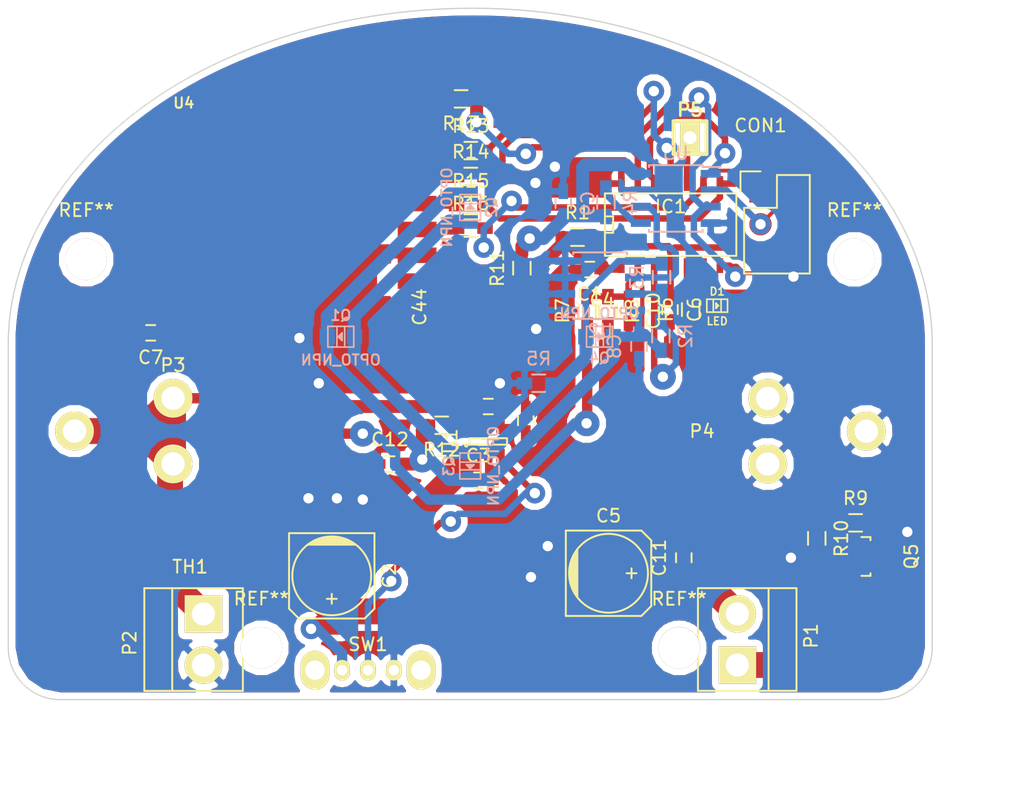
<source format=kicad_pcb>
(kicad_pcb (version 4) (host pcbnew 0.201604142043+6691~44~ubuntu14.04.1-product)
  (layers (0 F.Cu signal) (31 B.Cu signal) (34 B.Paste user hide) (35 F.Paste user hide) (36 B.SilkS user) (37 F.SilkS user) (38 B.Mask user hide) (39 F.Mask user hide) (44 Edge.Cuts user))
  (net 0 "")
  (net 1 VCC)
  (net 2 GND)
  (net 3 VAA)
  (net 4 "Net-(R4-Pad2)")
  (net 5 /RESET)
  (net 6 /BATTERY_VOLTAGE)
  (net 7 "Net-(D1-Pad1)")
  (net 8 /LASER_DETECT)
  (net 9 /LED)
  (net 10 /INT)
  (net 11 /RADIO_SELECT)
  (net 12 "Net-(P1-Pad1)")
  (net 13 +BATT)
  (net 14 /MATRIX_OUT)
  (net 15 "Net-(Q5-Pad1)")
  (net 16 /THRESHOLD)
  (net 17 /MISO)
  (net 18 /SCK)
  (net 19 /MOSI)
  (net 20 /LASER_ON)
  (net 21 /DIGIPOT_SELECT)
  (net 22 "Net-(CON1-Pad2)")
  (net 23 "Net-(IC1-Pad10)")
  (net 24 "Net-(U4-Pad1)")
  (net 25 "Net-(U4-Pad3)")
  (net 26 "Net-(U4-Pad4)")
  (net 27 "Net-(U4-Pad5)")
  (net 28 "Net-(U4-Pad6)")
  (net 29 "Net-(U4-Pad7)")
  (net 30 "Net-(U4-Pad10)")
  (net 31 "Net-(U4-Pad16)")
  (net 32 "Net-(C12-Pad2)")
  (net 33 "Net-(C9-Pad1)")
  (net 34 "Net-(R13-Pad1)")
  (net 35 "Net-(R14-Pad1)")
  (net 36 "Net-(R15-Pad1)")
  (net 37 "Net-(R16-Pad1)")
  (net 38 "Net-(R17-Pad2)")
  (net 39 "Net-(SW1-Pad2)")
  (module Capacitors_SMD:C_0603_HandSoldering (layer F.Cu) (at 91.5 112.4 90)
    (fp_text reference C44 (at 8.8 -8.2 90) (layer F.SilkS))
    (fp_text value C)
    (pad 1 smd rect (at -0.95 0 90) (size 1.2 0.75) (layers F.Cu F.Paste F.Mask))
    (pad 2 smd rect (at 0.95 0 90) (size 1.2 0.75) (layers F.Cu F.Paste F.Mask) (net 2 GND))
  )
  (module OS102011 (layer F.Cu) (at 79.3 131.7)
    (fp_text reference SW1 (at 0 -2) (layer F.SilkS))
    (fp_text value Switch_SPDT_x2)
    (pad 2 thru_hole oval (at 0 0) (size 1.2 1.6) (drill 0.8) (layers *.Cu *.Mask F.SilkS) (net 39 "Net-(SW1-Pad2)"))
    (pad 1 thru_hole oval (at 2 0) (size 1.2 1.6) (drill 0.8) (layers *.Cu *.Mask F.SilkS) (net 2 GND))
    (pad 3 thru_hole oval (at -2 0) (size 1.2 1.6) (drill 0.8) (layers *.Cu *.Mask F.SilkS) (net 3 VAA))
    (pad 4 thru_hole oval (at -4.1 0) (size 2.2 3) (drill 1.5) (layers *.Cu *.Mask F.SilkS))
    (pad 5 thru_hole oval (at 4.1 0) (size 2.2 3) (drill 1.5) (layers *.Cu *.Mask F.SilkS))
  )
  (module Housings_SOIC:SOIC-8_3.9x4.9mm_Pitch1.27mm (layer B.Cu) (at 103.1 95.2 180)
    (fp_text reference U3 (at 0 3.5 180) (layer B.SilkS) (effects (justify mirror)))
    (fp_text value MCP41XXX)
    (pad 1 smd rect (at -2.7 1.905 180) (size 1.55 0.6) (layers B.Cu B.Paste B.Mask) (net 21 /DIGIPOT_SELECT))
    (pad 2 smd rect (at -2.7 0.635 180) (size 1.55 0.6) (layers B.Cu B.Paste B.Mask) (net 18 /SCK))
    (pad 3 smd rect (at -2.7 -0.635 180) (size 1.55 0.6) (layers B.Cu B.Paste B.Mask) (net 19 /MOSI))
    (pad 4 smd rect (at -2.7 -1.905 180) (size 1.55 0.6) (layers B.Cu B.Paste B.Mask) (net 2 GND))
    (pad 5 smd rect (at 2.7 -1.905 180) (size 1.55 0.6) (layers B.Cu B.Paste B.Mask) (net 4 "Net-(R4-Pad2)"))
    (pad 6 smd rect (at 2.7 -0.635 180) (size 1.55 0.6) (layers B.Cu B.Paste B.Mask) (net 16 /THRESHOLD))
    (pad 7 smd rect (at 2.7 0.635 180) (size 1.55 0.6) (layers B.Cu B.Paste B.Mask) (net 2 GND))
    (pad 8 smd rect (at 2.7 1.905 180) (size 1.55 0.6) (layers B.Cu B.Paste B.Mask) (net 33 "Net-(C9-Pad1)"))
  )
  (module Mounting_Holes:MountingHole_3.2mm_M3_DIN965 (layer F.Cu) (at 116.91 99.91)
    (fp_text reference REF** (at 0 -3.8) (layer F.SilkS))
    (fp_text value MountingHole_3.2mm_M3_DIN965)
    (pad 1 thru_hole circle (at 0 0) (size 3.2 3.2) (drill 3.2) (layers *.Cu *.Mask F.SilkS))
  )
  (module Mounting_Holes:MountingHole_3.2mm_M3_DIN965 (layer F.Cu) (at 57.51 99.91)
    (fp_text reference REF** (at 0 -3.8) (layer F.SilkS))
    (fp_text value MountingHole_3.2mm_M3_DIN965)
    (pad 1 thru_hole circle (at 0 0) (size 3.2 3.2) (drill 3.2) (layers *.Cu *.Mask F.SilkS))
  )
  (module Mounting_Holes:MountingHole_3.2mm_M3_DIN965 (layer F.Cu) (at 71.06 129.97)
    (fp_text reference REF** (at 0 -3.8) (layer F.SilkS))
    (fp_text value MountingHole_3.2mm_M3_DIN965)
    (pad 1 thru_hole circle (at 0 0) (size 3.2 3.2) (drill 3.2) (layers *.Cu *.Mask F.SilkS))
  )
  (module Pin_Headers:Pin_Header_Straight_2x03 (layer F.Cu) (at 109.65 94.66)
    (fp_text reference CON1 (at 0 -5.1) (layer F.SilkS))
    (fp_text value AVR-ISP-6)
    (pad 1 smd rect (at 0 0) (size 1.7272 1.7272) (layers F.Cu F.Paste F.Mask) (net 17 /MISO))
    (pad 2 smd oval (at 2.54 0) (size 1.7272 1.7272) (layers F.Cu F.Paste F.Mask) (net 22 "Net-(CON1-Pad2)"))
    (pad 3 smd oval (at 0 2.54) (size 1.7272 1.7272) (layers F.Cu F.Paste F.Mask) (net 18 /SCK))
    (pad 4 smd oval (at 2.54 2.54) (size 1.7272 1.7272) (layers F.Cu F.Paste F.Mask) (net 19 /MOSI))
    (pad 5 smd oval (at 0 5.08) (size 1.6 1.6) (layers F.Cu F.Paste F.Mask) (net 5 /RESET))
    (pad 6 smd oval (at 2.54 5.08) (size 1.6 1.6) (layers F.Cu F.Paste F.Mask) (net 2 GND))
  )
  (module Fuse_Holders_and_Fuses:Fuse_SMD1206_HandSoldering (layer F.Cu) (at 65.5 121.5 180)
    (fp_text reference TH1 (at -0.0508 -2.19964 180) (layer F.SilkS))
    (fp_text value MC33191)
    (pad 1 smd rect (at -1.5 0 270) (size 1.9 1) (layers F.Cu F.Paste F.Mask) (net 3 VAA))
    (pad 2 smd rect (at 1.5 0 270) (size 1.9 1) (layers F.Cu F.Paste F.Mask) (net 13 +BATT))
  )
  (module Housings_SOT-23_SOT-143_TSOT-6:SOT-23_Handsoldering (layer F.Cu) (at 117.5 122.9 270)
    (fp_text reference Q5 (at 0 -3.81 270) (layer F.SilkS))
    (fp_text value Q_NMOS_GDS)
    (pad 1 smd rect (at -0.95 1.50114 270) (size 0.8001 1.80086) (layers F.Cu F.Paste F.Mask) (net 15 "Net-(Q5-Pad1)"))
    (pad 3 smd rect (at 0.95 1.50114 270) (size 0.8001 1.80086) (layers F.Cu F.Paste F.Mask) (net 2 GND))
    (pad 2 smd rect (at 0 -1.50114 270) (size 0.8001 1.80086) (layers F.Cu F.Paste F.Mask) (net 12 "Net-(P1-Pad1)"))
  )
  (module Pin_Headers:Pin_Header_Straight_1x01 (layer F.Cu) (at 110.21 113.21 180)
    (fp_text reference P4 (at 5.08 0 180) (layer F.SilkS))
    (fp_text value CONN_01X01 hide)
    (pad 1 thru_hole circle (at 0 -2.54 180) (size 3 3) (drill 1.8) (layers *.Cu *.Mask F.SilkS) (net 2 GND))
    (pad 1 thru_hole circle (at -7.62 0 180) (size 3 3) (drill 1.8) (layers *.Cu *.Mask F.SilkS) (net 2 GND))
    (pad 1 thru_hole circle (at 0 2.54 180) (size 3 3) (drill 1.8) (layers *.Cu *.Mask F.SilkS) (net 2 GND))
  )
  (module Pin_Headers:Pin_Header_Straight_1x01 (layer F.Cu) (at 64.23 113.2)
    (fp_text reference P3 (at 0 -5.1) (layer F.SilkS))
    (fp_text value CONN_01X01 hide)
    (pad 1 thru_hole circle (at -7.62 0) (size 3 3) (drill 1.8) (layers *.Cu *.Mask F.SilkS) (net 13 +BATT))
    (pad 1 thru_hole circle (at 0 -2.54) (size 3 3) (drill 1.8) (layers *.Cu *.Mask F.SilkS) (net 13 +BATT))
    (pad 1 thru_hole circle (at 0 2.54) (size 3 3) (drill 1.8) (layers *.Cu *.Mask F.SilkS) (net 13 +BATT))
  )
  (module Capacitors_SMD:C_0603_HandSoldering (layer F.Cu) (at 96.45 100.7 180)
    (fp_text reference C1 (at 0 -1.9 180) (layer F.SilkS))
    (fp_text value 1u)
    (pad 1 smd rect (at -0.95 0 180) (size 1.2 0.75) (layers F.Cu F.Paste F.Mask) (net 1 VCC))
    (pad 2 smd rect (at 0.95 0 180) (size 1.2 0.75) (layers F.Cu F.Paste F.Mask) (net 2 GND))
  )
  (module Capacitors_SMD:C_0603_HandSoldering (layer F.Cu) (at 87.85 117)
    (fp_text reference C3 (at 0 -1.9) (layer F.SilkS))
    (fp_text value C)
    (pad 1 smd rect (at -0.95 0) (size 1.2 0.75) (layers F.Cu F.Paste F.Mask) (net 3 VAA))
    (pad 2 smd rect (at 0.95 0) (size 1.2 0.75) (layers F.Cu F.Paste F.Mask) (net 2 GND))
  )
  (module Capacitors_SMD:C_0603_HandSoldering (layer F.Cu) (at 88.6 111.3)
    (fp_text reference C4 (at 8.8 -8.2) (layer F.SilkS))
    (fp_text value C)
    (pad 1 smd rect (at -0.95 0) (size 1.2 0.75) (layers F.Cu F.Paste F.Mask) (net 1 VCC))
    (pad 2 smd rect (at 0.95 0) (size 1.2 0.75) (layers F.Cu F.Paste F.Mask) (net 2 GND))
  )
  (module Capacitors_SMD:C_0603_HandSoldering (layer F.Cu) (at 102.65 103.8 270)
    (fp_text reference C6 (at 0 -1.9 270) (layer F.SilkS))
    (fp_text value 1u)
    (pad 1 smd rect (at -0.95 0 270) (size 1.2 0.75) (layers F.Cu F.Paste F.Mask) (net 5 /RESET))
    (pad 2 smd rect (at 0.95 0 270) (size 1.2 0.75) (layers F.Cu F.Paste F.Mask) (net 2 GND))
  )
  (module Capacitors_SMD:C_0603_HandSoldering (layer F.Cu) (at 62.5 105.6 180)
    (fp_text reference C7 (at 0 -1.9 180) (layer F.SilkS))
    (fp_text value 1u)
    (pad 1 smd rect (at -0.95 0 180) (size 1.2 0.75) (layers F.Cu F.Paste F.Mask) (net 1 VCC))
    (pad 2 smd rect (at 0.95 0 180) (size 1.2 0.75) (layers F.Cu F.Paste F.Mask) (net 2 GND))
  )
  (module Capacitors_SMD:C_0603_HandSoldering (layer B.Cu) (at 100.25 106.65 270)
    (fp_text reference C8 (at 0 1.9 270) (layer B.SilkS) (effects (justify mirror)))
    (fp_text value 1u)
    (pad 1 smd rect (at -0.95 0 270) (size 1.2 0.75) (layers B.Cu B.Paste B.Mask) (net 32 "Net-(C12-Pad2)"))
    (pad 2 smd rect (at 0.95 0 270) (size 1.2 0.75) (layers B.Cu B.Paste B.Mask) (net 2 GND))
  )
  (module Capacitors_SMD:C_0603_HandSoldering (layer B.Cu) (at 94.4 95.6 90)
    (fp_text reference C9 (at 0 1.9 90) (layer B.SilkS) (effects (justify mirror)))
    (fp_text value 1u)
    (pad 1 smd rect (at -0.95 0 90) (size 1.2 0.75) (layers B.Cu B.Paste B.Mask) (net 33 "Net-(C9-Pad1)"))
    (pad 2 smd rect (at 0.95 0 90) (size 1.2 0.75) (layers B.Cu B.Paste B.Mask) (net 2 GND))
  )
  (module SMD_Packages:SOIC-14_N (layer F.Cu) (at 102.7 97.1)
    (fp_text reference IC1 (at 0 -1.27) (layer F.SilkS))
    (fp_text value ATTINY441-SSU)
    (pad 1 smd rect (at -3.81 3.302) (size 0.508 1.143) (layers F.Cu F.Paste F.Mask) (net 1 VCC))
    (pad 2 smd rect (at -2.54 3.302) (size 0.508 1.143) (layers F.Cu F.Paste F.Mask) (net 6 /BATTERY_VOLTAGE))
    (pad 3 smd rect (at -1.27 3.302) (size 0.508 1.143) (layers F.Cu F.Paste F.Mask) (net 8 /LASER_DETECT))
    (pad 4 smd rect (at 0 3.302) (size 0.508 1.143) (layers F.Cu F.Paste F.Mask) (net 5 /RESET))
    (pad 5 smd rect (at 1.27 3.302) (size 0.508 1.143) (layers F.Cu F.Paste F.Mask) (net 9 /LED))
    (pad 6 smd rect (at 2.54 3.302) (size 0.508 1.143) (layers F.Cu F.Paste F.Mask) (net 20 /LASER_ON))
    (pad 7 smd rect (at 3.81 3.302) (size 0.508 1.143) (layers F.Cu F.Paste F.Mask) (net 19 /MOSI))
    (pad 8 smd rect (at 3.81 -3.048) (size 0.508 1.143) (layers F.Cu F.Paste F.Mask) (net 17 /MISO))
    (pad 9 smd rect (at 2.54 -3.048) (size 0.508 1.143) (layers F.Cu F.Paste F.Mask) (net 18 /SCK))
    (pad 11 smd rect (at 0 -3.048) (size 0.508 1.143) (layers F.Cu F.Paste F.Mask) (net 11 /RADIO_SELECT))
    (pad 12 smd rect (at -1.27 -3.048) (size 0.508 1.143) (layers F.Cu F.Paste F.Mask) (net 21 /DIGIPOT_SELECT))
    (pad 13 smd rect (at -2.54 -3.048) (size 0.508 1.143) (layers F.Cu F.Paste F.Mask) (net 10 /INT))
    (pad 14 smd rect (at -3.81 -3.048) (size 0.508 1.143) (layers F.Cu F.Paste F.Mask) (net 2 GND))
    (pad 10 smd rect (at 1.27 -3.048) (size 0.508 1.143) (layers F.Cu F.Paste F.Mask) (net 23 "Net-(IC1-Pad10)"))
  )
  (module Resistors_SMD:R_0603_HandSoldering (layer F.Cu) (at 95.5 98.2)
    (fp_text reference R1 (at 0 -1.9) (layer F.SilkS))
    (fp_text value 10k)
    (pad 1 smd rect (at -1.1 0) (size 1.2 0.9) (layers F.Cu F.Paste F.Mask) (net 1 VCC))
    (pad 2 smd rect (at 1.1 0) (size 1.2 0.9) (layers F.Cu F.Paste F.Mask) (net 5 /RESET))
  )
  (module Resistors_SMD:R_0603_HandSoldering (layer B.Cu) (at 101.948026 105.85 90)
    (fp_text reference R2 (at 0 1.9 90) (layer B.SilkS) (effects (justify mirror)))
    (fp_text value 10k)
    (pad 1 smd rect (at -1.1 0 90) (size 1.2 0.9) (layers B.Cu B.Paste B.Mask) (net 32 "Net-(C12-Pad2)"))
    (pad 2 smd rect (at 1.1 0 90) (size 1.2 0.9) (layers B.Cu B.Paste B.Mask) (net 8 /LASER_DETECT))
  )
  (module Resistors_SMD:R_0603_HandSoldering (layer B.Cu) (at 102 101.3 270)
    (fp_text reference R3 (at 0 1.9 270) (layer B.SilkS) (effects (justify mirror)))
    (fp_text value 5M)
    (pad 1 smd rect (at -1.1 0 270) (size 1.2 0.9) (layers B.Cu B.Paste B.Mask) (net 14 /MATRIX_OUT))
    (pad 2 smd rect (at 1.1 0 270) (size 1.2 0.9) (layers B.Cu B.Paste B.Mask) (net 8 /LASER_DETECT))
  )
  (module Resistors_SMD:R_0603_HandSoldering (layer B.Cu) (at 97.7 95.5 90)
    (fp_text reference R4 (at 0 1.9 90) (layer B.SilkS) (effects (justify mirror)))
    (fp_text value 512k)
    (pad 1 smd rect (at -1.1 0 90) (size 1.2 0.9) (layers B.Cu B.Paste B.Mask) (net 33 "Net-(C9-Pad1)"))
    (pad 2 smd rect (at 1.1 0 90) (size 1.2 0.9) (layers B.Cu B.Paste B.Mask) (net 4 "Net-(R4-Pad2)"))
  )
  (module Resistors_SMD:R_0603_HandSoldering (layer B.Cu) (at 92.5 109.5 180)
    (fp_text reference R5 (at 0 1.9 180) (layer B.SilkS) (effects (justify mirror)))
    (fp_text value 10k)
    (pad 1 smd rect (at -1.1 0 180) (size 1.2 0.9) (layers B.Cu B.Paste B.Mask) (net 14 /MATRIX_OUT))
    (pad 2 smd rect (at 1.1 0 180) (size 1.2 0.9) (layers B.Cu B.Paste B.Mask) (net 2 GND))
  )
  (module Capacitors_SMD:c_elec_6.3x5.3 (layer F.Cu) (at 76.5 124.4 270)
    (fp_text reference C2 (at 0 -4.445 270) (layer F.SilkS))
    (fp_text value CP)
    (pad 1 smd rect (at 2.75082 0 270) (size 3.59918 1.6002) (layers F.Cu F.Paste F.Mask) (net 3 VAA))
    (pad 2 smd rect (at -2.75082 0 270) (size 3.59918 1.6002) (layers F.Cu F.Paste F.Mask) (net 2 GND))
  )
  (module Capacitors_SMD:c_elec_6.3x5.3 (layer F.Cu) (at 97.9 124.2)
    (fp_text reference C5 (at 0 -4.445) (layer F.SilkS))
    (fp_text value CP)
    (pad 1 smd rect (at 2.75082 0) (size 3.59918 1.6002) (layers F.Cu F.Paste F.Mask) (net 3 VAA))
    (pad 2 smd rect (at -2.75082 0) (size 3.59918 1.6002) (layers F.Cu F.Paste F.Mask) (net 2 GND))
  )
  (module Capacitors_SMD:C_0603_HandSoldering (layer F.Cu) (at 99.45 103.9 270)
    (fp_text reference C10 (at 0 -1.9 270) (layer F.SilkS))
    (fp_text value 1u)
    (pad 1 smd rect (at -0.95 0 270) (size 1.2 0.75) (layers F.Cu F.Paste F.Mask) (net 6 /BATTERY_VOLTAGE))
    (pad 2 smd rect (at 0.95 0 270) (size 1.2 0.75) (layers F.Cu F.Paste F.Mask) (net 2 GND))
  )
  (module Capacitors_SMD:C_0603_HandSoldering (layer F.Cu) (at 103.72 123 90)
    (fp_text reference C11 (at 0 -1.9 90) (layer F.SilkS))
    (fp_text value 1u)
    (pad 1 smd rect (at -0.95 0 90) (size 1.2 0.75) (layers F.Cu F.Paste F.Mask) (net 3 VAA))
    (pad 2 smd rect (at 0.95 0 90) (size 1.2 0.75) (layers F.Cu F.Paste F.Mask) (net 2 GND))
  )
  (module w_smd_leds:Led_0603 (layer F.Cu) (at 106.3 103.5)
    (fp_text reference D1 (at 0 -1.09982) (layer F.SilkS) (effects (font (size 0.59944 0.59944) (thickness 0.11938))))
    (fp_text value LED (at 0 1.19888) (layer F.SilkS) (effects (font (size 0.59944 0.59944) (thickness 0.11938))))
    (pad 1 smd rect (at -0.7493 0) (size 0.79756 0.79756) (layers F.Cu F.Paste F.Mask) (net 7 "Net-(D1-Pad1)"))
    (pad 2 smd rect (at 0.7493 0) (size 0.79756 0.79756) (layers F.Cu F.Paste F.Mask) (net 2 GND))
  )
  (module Pin_Headers:Pin_Header_Straight_1x02_Pitch3.96mm_Friction_Lock (layer F.Cu) (at 107.86 131.3 90)
    (fp_text reference P1 (at 2.25 5.7 90) (layer F.SilkS))
    (fp_text value LASER)
    (pad 1 thru_hole rect (at 0 0 90) (size 2.9 2.9) (drill 1.78) (layers *.Cu *.Mask F.SilkS) (net 12 "Net-(P1-Pad1)"))
    (pad 2 thru_hole circle (at 3.96 0 90) (size 2.9 2.9) (drill 1.78) (layers *.Cu *.Mask F.SilkS) (net 3 VAA))
  )
  (module Pin_Headers:Pin_Header_Straight_1x02_Pitch3.96mm_Friction_Lock (layer F.Cu) (at 66.58 127.35 270)
    (fp_text reference P2 (at 2.25 5.7 270) (layer F.SilkS))
    (fp_text value BATTERY)
    (pad 1 thru_hole rect (at 0 0 270) (size 2.9 2.9) (drill 1.78) (layers *.Cu *.Mask F.SilkS) (net 13 +BATT))
    (pad 2 thru_hole circle (at 3.96 0 270) (size 2.9 2.9) (drill 1.78) (layers *.Cu *.Mask F.SilkS) (net 2 GND))
  )
  (module w_smd_leds:Led_0805 (layer B.Cu) (at 77.2 105.9 180)
    (fp_text reference Q1 (at 0 1.651 180) (layer B.SilkS) (effects (font (size 0.8001 0.8001) (thickness 0.14986)) (justify mirror)))
    (fp_text value OPTO_NPN (at 0 -1.80086 180) (layer B.SilkS) (effects (font (size 0.8001 0.8001) (thickness 0.14986)) (justify mirror)))
    (pad 1 smd rect (at -1.04902 0 180) (size 1.19888 1.19888) (layers B.Cu B.Paste B.Mask) (net 14 /MATRIX_OUT))
    (pad 3 smd rect (at 1.04902 0 180) (size 1.19888 1.19888) (layers B.Cu B.Paste B.Mask) (net 32 "Net-(C12-Pad2)"))
  )
  (module w_smd_leds:Led_0805 (layer B.Cu) (at 87.2 95.9 90)
    (fp_text reference Q2 (at 0 1.651 90) (layer B.SilkS) (effects (font (size 0.8001 0.8001) (thickness 0.14986)) (justify mirror)))
    (fp_text value OPTO_NPN (at 0 -1.80086 90) (layer B.SilkS) (effects (font (size 0.8001 0.8001) (thickness 0.14986)) (justify mirror)))
    (pad 1 smd rect (at -1.04902 0 90) (size 1.19888 1.19888) (layers B.Cu B.Paste B.Mask) (net 14 /MATRIX_OUT))
    (pad 3 smd rect (at 1.04902 0 90) (size 1.19888 1.19888) (layers B.Cu B.Paste B.Mask) (net 32 "Net-(C12-Pad2)"))
  )
  (module w_smd_leds:Led_0805 (layer B.Cu) (at 87.2 115.9 270)
    (fp_text reference Q3 (at 0 1.651 270) (layer B.SilkS) (effects (font (size 0.8001 0.8001) (thickness 0.14986)) (justify mirror)))
    (fp_text value OPTO_NPN (at 0 -1.80086 270) (layer B.SilkS) (effects (font (size 0.8001 0.8001) (thickness 0.14986)) (justify mirror)))
    (pad 1 smd rect (at -1.04902 0 270) (size 1.19888 1.19888) (layers B.Cu B.Paste B.Mask) (net 14 /MATRIX_OUT))
    (pad 3 smd rect (at 1.04902 0 270) (size 1.19888 1.19888) (layers B.Cu B.Paste B.Mask) (net 32 "Net-(C12-Pad2)"))
  )
  (module w_smd_leds:Led_0805 (layer B.Cu) (at 97.2 105.9)
    (fp_text reference Q4 (at 0 1.651) (layer B.SilkS) (effects (font (size 0.8001 0.8001) (thickness 0.14986)) (justify mirror)))
    (fp_text value OPTO_NPN (at 0 -1.80086) (layer B.SilkS) (effects (font (size 0.8001 0.8001) (thickness 0.14986)) (justify mirror)))
    (pad 1 smd rect (at -1.04902 0) (size 1.19888 1.19888) (layers B.Cu B.Paste B.Mask) (net 14 /MATRIX_OUT))
    (pad 3 smd rect (at 1.04902 0) (size 1.19888 1.19888) (layers B.Cu B.Paste B.Mask) (net 32 "Net-(C12-Pad2)"))
  )
  (module Resistors_SMD:R_0603_HandSoldering (layer F.Cu) (at 104.25 103.8 90)
    (fp_text reference R6 (at 0 -1.9 90) (layer F.SilkS))
    (fp_text value 220)
    (pad 1 smd rect (at -1.1 0 90) (size 1.2 0.9) (layers F.Cu F.Paste F.Mask) (net 7 "Net-(D1-Pad1)"))
    (pad 2 smd rect (at 1.1 0 90) (size 1.2 0.9) (layers F.Cu F.Paste F.Mask) (net 9 /LED))
  )
  (module Resistors_SMD:R_0603_HandSoldering (layer F.Cu) (at 96.25 103.9 90)
    (fp_text reference R7 (at 0 -1.9 90) (layer F.SilkS))
    (fp_text value 10k)
    (pad 1 smd rect (at -1.1 0 90) (size 1.2 0.9) (layers F.Cu F.Paste F.Mask) (net 13 +BATT))
    (pad 2 smd rect (at 1.1 0 90) (size 1.2 0.9) (layers F.Cu F.Paste F.Mask) (net 6 /BATTERY_VOLTAGE))
  )
  (module Resistors_SMD:R_0603_HandSoldering (layer F.Cu) (at 97.85 103.9 270)
    (fp_text reference R8 (at 0 -1.9 270) (layer F.SilkS))
    (fp_text value 10k)
    (pad 1 smd rect (at -1.1 0 270) (size 1.2 0.9) (layers F.Cu F.Paste F.Mask) (net 6 /BATTERY_VOLTAGE))
    (pad 2 smd rect (at 1.1 0 270) (size 1.2 0.9) (layers F.Cu F.Paste F.Mask) (net 2 GND))
  )
  (module Resistors_SMD:R_0603_HandSoldering (layer F.Cu) (at 117 120.3)
    (fp_text reference R9 (at 0 -1.9) (layer F.SilkS))
    (fp_text value 220)
    (pad 1 smd rect (at -1.1 0) (size 1.2 0.9) (layers F.Cu F.Paste F.Mask) (net 20 /LASER_ON))
    (pad 2 smd rect (at 1.1 0) (size 1.2 0.9) (layers F.Cu F.Paste F.Mask) (net 15 "Net-(Q5-Pad1)"))
  )
  (module Resistors_SMD:R_0603_HandSoldering (layer F.Cu) (at 114 121.5 270)
    (fp_text reference R10 (at 0 -1.9 270) (layer F.SilkS))
    (fp_text value 512k)
    (pad 1 smd rect (at -1.1 0 270) (size 1.2 0.9) (layers F.Cu F.Paste F.Mask) (net 20 /LASER_ON))
    (pad 2 smd rect (at 1.1 0 270) (size 1.2 0.9) (layers F.Cu F.Paste F.Mask) (net 2 GND))
  )
  (module Housings_SOT-23_SOT-143_TSOT-6:SOT-23-5 (layer F.Cu) (at 88.6 114 90)
    (fp_text reference U1 (at 0 -2.9 90) (layer F.SilkS))
    (fp_text value MIC5504)
    (pad 1 smd rect (at -1.1 -0.95 90) (size 1.06 0.65) (layers F.Cu F.Paste F.Mask) (net 3 VAA))
    (pad 2 smd rect (at -1.1 0 90) (size 1.06 0.65) (layers F.Cu F.Paste F.Mask) (net 2 GND))
    (pad 3 smd rect (at -1.1 0.95 90) (size 1.06 0.65) (layers F.Cu F.Paste F.Mask) (net 39 "Net-(SW1-Pad2)"))
    (pad 4 smd rect (at 1.1 0.95 90) (size 1.06 0.65) (layers F.Cu F.Paste F.Mask))
    (pad 5 smd rect (at 1.1 -0.95 90) (size 1.06 0.65) (layers F.Cu F.Paste F.Mask) (net 1 VCC))
  )
  (module Housings_SOIC:SOIC-8_3.9x4.9mm_Pitch1.27mm (layer B.Cu) (at 97.248026 101.95)
    (fp_text reference U2 (at 0 3.5) (layer B.SilkS) (effects (justify mirror)))
    (fp_text value LM393)
    (pad 1 smd rect (at -2.7 1.905) (size 1.55 0.6) (layers B.Cu B.Paste B.Mask) (net 2 GND))
    (pad 2 smd rect (at -2.7 0.635) (size 1.55 0.6) (layers B.Cu B.Paste B.Mask) (net 2 GND))
    (pad 3 smd rect (at -2.7 -0.635) (size 1.55 0.6) (layers B.Cu B.Paste B.Mask) (net 2 GND))
    (pad 4 smd rect (at -2.7 -1.905) (size 1.55 0.6) (layers B.Cu B.Paste B.Mask) (net 2 GND))
    (pad 5 smd rect (at 2.7 -1.905) (size 1.55 0.6) (layers B.Cu B.Paste B.Mask) (net 14 /MATRIX_OUT))
    (pad 6 smd rect (at 2.7 -0.635) (size 1.55 0.6) (layers B.Cu B.Paste B.Mask) (net 16 /THRESHOLD))
    (pad 7 smd rect (at 2.7 0.635) (size 1.55 0.6) (layers B.Cu B.Paste B.Mask) (net 8 /LASER_DETECT))
    (pad 8 smd rect (at 2.7 1.905) (size 1.55 0.6) (layers B.Cu B.Paste B.Mask) (net 32 "Net-(C12-Pad2)"))
  )
  (module mysensors_radios:RFM69HW_SMD_Handsoldering (layer F.Cu) (at 64.8 89.6)
    (fp_text reference U4 (at 0.254 -1.778) (layer F.SilkS) (effects (font (size 0.8 0.8) (thickness 0.16))))
    (fp_text value RFM69HW hide)
    (pad 1 smd rect (at -1.4 0) (size 3 1.2) (layers F.Cu F.Paste F.Mask) (net 24 "Net-(U4-Pad1)"))
    (pad 2 smd rect (at -1.4 2) (size 3 1.2) (layers F.Cu F.Paste F.Mask) (net 38 "Net-(R17-Pad2)"))
    (pad 3 smd rect (at -1.4 4) (size 3 1.2) (layers F.Cu F.Paste F.Mask) (net 25 "Net-(U4-Pad3)"))
    (pad 4 smd rect (at -1.4 6) (size 3 1.2) (layers F.Cu F.Paste F.Mask) (net 26 "Net-(U4-Pad4)"))
    (pad 5 smd rect (at -1.4 8) (size 3 1.2) (layers F.Cu F.Paste F.Mask) (net 27 "Net-(U4-Pad5)"))
    (pad 6 smd rect (at -1.4 10) (size 3 1.2) (layers F.Cu F.Paste F.Mask) (net 28 "Net-(U4-Pad6)"))
    (pad 7 smd rect (at -1.4 12) (size 3 1.2) (layers F.Cu F.Paste F.Mask) (net 29 "Net-(U4-Pad7)"))
    (pad 8 smd rect (at -1.4 14) (size 3 1.2) (layers F.Cu F.Paste F.Mask) (net 1 VCC))
    (pad 9 smd rect (at 18.3 14) (size 3 1.2) (layers F.Cu F.Paste F.Mask) (net 2 GND))
    (pad 10 smd rect (at 18.3 12) (size 3 1.2) (layers F.Cu F.Paste F.Mask) (net 30 "Net-(U4-Pad10)"))
    (pad 11 smd rect (at 18.3 10) (size 3 1.2) (layers F.Cu F.Paste F.Mask) (net 2 GND))
    (pad 12 smd rect (at 18.3 8) (size 3 1.2) (layers F.Cu F.Paste F.Mask) (net 37 "Net-(R16-Pad1)"))
    (pad 13 smd rect (at 18.3 6) (size 3 1.2) (layers F.Cu F.Paste F.Mask) (net 36 "Net-(R15-Pad1)"))
    (pad 14 smd rect (at 18.3 4) (size 3 1.2) (layers F.Cu F.Paste F.Mask) (net 35 "Net-(R14-Pad1)"))
    (pad 15 smd rect (at 18.3 2) (size 3 1.2) (layers F.Cu F.Paste F.Mask) (net 34 "Net-(R13-Pad1)"))
    (pad 16 smd rect (at 18.3 0) (size 3 1.2) (layers F.Cu F.Paste F.Mask) (net 31 "Net-(U4-Pad16)"))
  )
  (module Mounting_Holes:MountingHole_3.2mm_M3_DIN965 (layer F.Cu) (at 103.36 129.98)
    (fp_text reference REF** (at 0 -3.8) (layer F.SilkS))
    (fp_text value MountingHole_3.2mm_M3_DIN965)
    (pad 1 thru_hole circle (at 0 0) (size 3.2 3.2) (drill 3.2) (layers *.Cu *.Mask F.SilkS))
  )
  (module Capacitors_SMD:C_0603_HandSoldering (layer F.Cu) (at 81 115.75)
    (fp_text reference C12 (at 0 -1.9) (layer F.SilkS))
    (fp_text value 1u)
    (pad 1 smd rect (at -0.95 0) (size 1.2 0.75) (layers F.Cu F.Paste F.Mask) (net 2 GND))
    (pad 2 smd rect (at 0.95 0) (size 1.2 0.75) (layers F.Cu F.Paste F.Mask) (net 32 "Net-(C12-Pad2)"))
  )
  (module Resistors_SMD:R_0603_HandSoldering (layer F.Cu) (at 91.2 100.6 90)
    (fp_text reference R11 (at 0 -1.9 90) (layer F.SilkS))
    (fp_text value 10R)
    (pad 1 smd rect (at -1.1 0 90) (size 1.2 0.9) (layers F.Cu F.Paste F.Mask) (net 1 VCC))
    (pad 2 smd rect (at 1.1 0 90) (size 1.2 0.9) (layers F.Cu F.Paste F.Mask) (net 33 "Net-(C9-Pad1)"))
  )
  (module Resistors_SMD:R_0603_HandSoldering (layer F.Cu) (at 85 112.75 180)
    (fp_text reference R12 (at 0 -1.9 180) (layer F.SilkS))
    (fp_text value 10R)
    (pad 1 smd rect (at -1.1 0 180) (size 1.2 0.9) (layers F.Cu F.Paste F.Mask) (net 1 VCC))
    (pad 2 smd rect (at 1.1 0 180) (size 1.2 0.9) (layers F.Cu F.Paste F.Mask) (net 32 "Net-(C12-Pad2)"))
  )
  (module Resistors_SMD:R_0603_HandSoldering (layer F.Cu) (at 87.25 91.5)
    (fp_text reference R13 (at 0 -1.9) (layer F.SilkS))
    (fp_text value 10k)
    (pad 1 smd rect (at -1.1 0) (size 1.2 0.9) (layers F.Cu F.Paste F.Mask) (net 34 "Net-(R13-Pad1)"))
    (pad 2 smd rect (at 1.1 0) (size 1.2 0.9) (layers F.Cu F.Paste F.Mask) (net 11 /RADIO_SELECT))
  )
  (module Resistors_SMD:R_0603_HandSoldering (layer F.Cu) (at 87.25 93.5)
    (fp_text reference R14 (at 0 -1.9) (layer F.SilkS))
    (fp_text value 10k)
    (pad 1 smd rect (at -1.1 0) (size 1.2 0.9) (layers F.Cu F.Paste F.Mask) (net 35 "Net-(R14-Pad1)"))
    (pad 2 smd rect (at 1.1 0) (size 1.2 0.9) (layers F.Cu F.Paste F.Mask) (net 19 /MOSI))
  )
  (module Resistors_SMD:R_0603_HandSoldering (layer F.Cu) (at 87.25 95.75)
    (fp_text reference R15 (at 0 -1.9) (layer F.SilkS))
    (fp_text value 10k)
    (pad 1 smd rect (at -1.1 0) (size 1.2 0.9) (layers F.Cu F.Paste F.Mask) (net 36 "Net-(R15-Pad1)"))
    (pad 2 smd rect (at 1.1 0) (size 1.2 0.9) (layers F.Cu F.Paste F.Mask) (net 17 /MISO))
  )
  (module Resistors_SMD:R_0603_HandSoldering (layer F.Cu) (at 87.25 97.5)
    (fp_text reference R16 (at 0 -1.9) (layer F.SilkS))
    (fp_text value 10k)
    (pad 1 smd rect (at -1.1 0) (size 1.2 0.9) (layers F.Cu F.Paste F.Mask) (net 37 "Net-(R16-Pad1)"))
    (pad 2 smd rect (at 1.1 0) (size 1.2 0.9) (layers F.Cu F.Paste F.Mask) (net 18 /SCK))
  )
  (module Resistors_SMD:R_0603_HandSoldering (layer F.Cu) (at 86.5 87.5 180)
    (fp_text reference R17 (at 0 -1.9 180) (layer F.SilkS))
    (fp_text value 10k)
    (pad 1 smd rect (at -1.1 0 180) (size 1.2 0.9) (layers F.Cu F.Paste F.Mask) (net 10 /INT))
    (pad 2 smd rect (at 1.1 0 180) (size 1.2 0.9) (layers F.Cu F.Paste F.Mask) (net 38 "Net-(R17-Pad2)"))
  )
  (module w_pin_strip:pin_socket_1 (layer F.Cu) (at 104.2 90.5)
    (fp_text reference P5 (at 0 -2.159) (layer F.SilkS) (effects (font (size 1.016 1.016) (thickness 0.2032))))
    (fp_text value CONN_01X01 hide)
    (pad 1 thru_hole rect (at 0 0) (size 1.524 2.19964) (drill 1.00076) (layers *.Cu *.Mask F.SilkS) (net 23 "Net-(IC1-Pad10)"))
  )
  (gr_line (start 118.924691 133.974752) (end 55.49 133.974752) (layer Edge.Cuts) (width 0.1))
  (gr_line (start 51.49 129.974752) (end 51.49 106.461615) (layer Edge.Cuts) (width 0.1))
  (gr_line (start 95.873181 81.251752) (end 95.611681 81.204752) (layer Edge.Cuts) (width 0.1))
  (gr_line (start 96.134081 81.300252) (end 95.873181 81.251752) (layer Edge.Cuts) (width 0.1))
  (gr_line (start 96.394481 81.350152) (end 96.134081 81.300252) (layer Edge.Cuts) (width 0.1))
  (gr_line (start 96.654381 81.401452) (end 96.394481 81.350152) (layer Edge.Cuts) (width 0.1))
  (gr_line (start 96.913781 81.454252) (end 96.654381 81.401452) (layer Edge.Cuts) (width 0.1))
  (gr_line (start 97.172581 81.508452) (end 96.913781 81.454252) (layer Edge.Cuts) (width 0.1))
  (gr_line (start 97.430781 81.564052) (end 97.172581 81.508452) (layer Edge.Cuts) (width 0.1))
  (gr_line (start 97.688481 81.621152) (end 97.430781 81.564052) (layer Edge.Cuts) (width 0.1))
  (gr_line (start 97.945581 81.679552) (end 97.688481 81.621152) (layer Edge.Cuts) (width 0.1))
  (gr_line (start 98.201981 81.739452) (end 97.945581 81.679552) (layer Edge.Cuts) (width 0.1))
  (gr_line (start 98.457881 81.800652) (end 98.201981 81.739452) (layer Edge.Cuts) (width 0.1))
  (gr_line (start 98.713081 81.863352) (end 98.457881 81.800652) (layer Edge.Cuts) (width 0.1))
  (gr_line (start 98.967681 81.927352) (end 98.713081 81.863352) (layer Edge.Cuts) (width 0.1))
  (gr_line (start 99.221581 81.992852) (end 98.967681 81.927352) (layer Edge.Cuts) (width 0.1))
  (gr_line (start 99.474781 82.059652) (end 99.221581 81.992852) (layer Edge.Cuts) (width 0.1))
  (gr_line (start 99.727281 82.127852) (end 99.474781 82.059652) (layer Edge.Cuts) (width 0.1))
  (gr_line (start 99.979181 82.197452) (end 99.727281 82.127852) (layer Edge.Cuts) (width 0.1))
  (gr_line (start 100.230281 82.268352) (end 99.979181 82.197452) (layer Edge.Cuts) (width 0.1))
  (gr_line (start 100.480681 82.340652) (end 100.230281 82.268352) (layer Edge.Cuts) (width 0.1))
  (gr_line (start 100.730381 82.414352) (end 100.480681 82.340652) (layer Edge.Cuts) (width 0.1))
  (gr_line (start 100.979281 82.489352) (end 100.730381 82.414352) (layer Edge.Cuts) (width 0.1))
  (gr_line (start 101.227381 82.565752) (end 100.979281 82.489352) (layer Edge.Cuts) (width 0.1))
  (gr_line (start 101.474781 82.643452) (end 101.227381 82.565752) (layer Edge.Cuts) (width 0.1))
  (gr_line (start 101.721281 82.722452) (end 101.474781 82.643452) (layer Edge.Cuts) (width 0.1))
  (gr_line (start 101.967081 82.802852) (end 101.721281 82.722452) (layer Edge.Cuts) (width 0.1))
  (gr_line (start 102.211981 82.884552) (end 101.967081 82.802852) (layer Edge.Cuts) (width 0.1))
  (gr_line (start 58.075381 91.461052) (end 57.921081 91.622652) (layer Edge.Cuts) (width 0.1))
  (gr_line (start 58.231381 91.300252) (end 58.075381 91.461052) (layer Edge.Cuts) (width 0.1))
  (gr_line (start 58.388981 91.140352) (end 58.231381 91.300252) (layer Edge.Cuts) (width 0.1))
  (gr_line (start 58.548181 90.981352) (end 58.388981 91.140352) (layer Edge.Cuts) (width 0.1))
  (gr_line (start 58.709081 90.823252) (end 58.548181 90.981352) (layer Edge.Cuts) (width 0.1))
  (gr_line (start 58.871481 90.666052) (end 58.709081 90.823252) (layer Edge.Cuts) (width 0.1))
  (gr_line (start 59.035581 90.509752) (end 58.871481 90.666052) (layer Edge.Cuts) (width 0.1))
  (gr_line (start 59.201181 90.354352) (end 59.035581 90.509752) (layer Edge.Cuts) (width 0.1))
  (gr_line (start 59.368481 90.199852) (end 59.201181 90.354352) (layer Edge.Cuts) (width 0.1))
  (gr_line (start 59.537281 90.046352) (end 59.368481 90.199852) (layer Edge.Cuts) (width 0.1))
  (gr_line (start 59.707681 89.893852) (end 59.537281 90.046352) (layer Edge.Cuts) (width 0.1))
  (gr_line (start 59.879681 89.742252) (end 59.707681 89.893852) (layer Edge.Cuts) (width 0.1))
  (gr_line (start 60.053181 89.591652) (end 59.879681 89.742252) (layer Edge.Cuts) (width 0.1))
  (gr_line (start 60.228331 89.442052) (end 60.053181 89.591652) (layer Edge.Cuts) (width 0.1))
  (gr_line (start 60.404991 89.293352) (end 60.228331 89.442052) (layer Edge.Cuts) (width 0.1))
  (gr_line (start 60.583181 89.145752) (end 60.404991 89.293352) (layer Edge.Cuts) (width 0.1))
  (gr_line (start 60.762921 88.999152) (end 60.583181 89.145752) (layer Edge.Cuts) (width 0.1))
  (gr_line (start 60.944181 88.853552) (end 60.762921 88.999152) (layer Edge.Cuts) (width 0.1))
  (gr_line (start 61.126971 88.709052) (end 60.944181 88.853552) (layer Edge.Cuts) (width 0.1))
  (gr_line (start 61.311271 88.565552) (end 61.126971 88.709052) (layer Edge.Cuts) (width 0.1))
  (gr_line (start 61.497091 88.423052) (end 61.311271 88.565552) (layer Edge.Cuts) (width 0.1))
  (gr_line (start 61.684401 88.281652) (end 61.497091 88.423052) (layer Edge.Cuts) (width 0.1))
  (gr_line (start 61.873221 88.141352) (end 61.684401 88.281652) (layer Edge.Cuts) (width 0.1))
  (gr_line (start 62.063521 88.002152) (end 61.873221 88.141352) (layer Edge.Cuts) (width 0.1))
  (gr_line (start 62.255301 87.864052) (end 62.063521 88.002152) (layer Edge.Cuts) (width 0.1))
  (gr_line (start 62.448561 87.727052) (end 62.255301 87.864052) (layer Edge.Cuts) (width 0.1))
  (gr_line (start 62.643291 87.591152) (end 62.448561 87.727052) (layer Edge.Cuts) (width 0.1))
  (gr_line (start 62.839481 87.456352) (end 62.643291 87.591152) (layer Edge.Cuts) (width 0.1))
  (gr_line (start 63.037131 87.322652) (end 62.839481 87.456352) (layer Edge.Cuts) (width 0.1))
  (gr_line (start 63.236221 87.190152) (end 63.037131 87.322652) (layer Edge.Cuts) (width 0.1))
  (gr_line (start 63.436761 87.058852) (end 63.236221 87.190152) (layer Edge.Cuts) (width 0.1))
  (gr_line (start 63.638721 86.928652) (end 63.436761 87.058852) (layer Edge.Cuts) (width 0.1))
  (gr_line (start 63.842121 86.799652) (end 63.638721 86.928652) (layer Edge.Cuts) (width 0.1))
  (gr_line (start 64.046931 86.671852) (end 63.842121 86.799652) (layer Edge.Cuts) (width 0.1))
  (gr_line (start 64.253101 86.545252) (end 64.046931 86.671852) (layer Edge.Cuts) (width 0.1))
  (gr_line (start 64.460611 86.419852) (end 64.253101 86.545252) (layer Edge.Cuts) (width 0.1))
  (gr_line (start 64.669451 86.295752) (end 64.460611 86.419852) (layer Edge.Cuts) (width 0.1))
  (gr_line (start 64.879591 86.172852) (end 64.669451 86.295752) (layer Edge.Cuts) (width 0.1))
  (gr_line (start 65.091031 86.051152) (end 64.879591 86.172852) (layer Edge.Cuts) (width 0.1))
  (gr_line (start 65.303741 85.930652) (end 65.091031 86.051152) (layer Edge.Cuts) (width 0.1))
  (gr_line (start 65.517731 85.811452) (end 65.303741 85.930652) (layer Edge.Cuts) (width 0.1))
  (gr_line (start 65.732971 85.693452) (end 65.517731 85.811452) (layer Edge.Cuts) (width 0.1))
  (gr_line (start 65.949441 85.576752) (end 65.732971 85.693452) (layer Edge.Cuts) (width 0.1))
  (gr_line (start 66.167141 85.461252) (end 65.949441 85.576752) (layer Edge.Cuts) (width 0.1))
  (gr_line (start 66.386041 85.346952) (end 66.167141 85.461252) (layer Edge.Cuts) (width 0.1))
  (gr_line (start 66.606151 85.233952) (end 66.386041 85.346952) (layer Edge.Cuts) (width 0.1))
  (gr_line (start 66.827431 85.122252) (end 66.606151 85.233952) (layer Edge.Cuts) (width 0.1))
  (gr_line (start 67.049871 85.011752) (end 66.827431 85.122252) (layer Edge.Cuts) (width 0.1))
  (gr_line (start 67.273471 84.902452) (end 67.049871 85.011752) (layer Edge.Cuts) (width 0.1))
  (gr_line (start 67.498201 84.794552) (end 67.273471 84.902452) (layer Edge.Cuts) (width 0.1))
  (gr_line (start 67.724061 84.687852) (end 67.498201 84.794552) (layer Edge.Cuts) (width 0.1))
  (gr_line (start 67.951021 84.582352) (end 67.724061 84.687852) (layer Edge.Cuts) (width 0.1))
  (gr_line (start 68.179081 84.478152) (end 67.951021 84.582352) (layer Edge.Cuts) (width 0.1))
  (gr_line (start 68.408221 84.375352) (end 68.179081 84.478152) (layer Edge.Cuts) (width 0.1))
  (gr_line (start 120.630181 97.371252) (end 120.533981 97.186652) (layer Edge.Cuts) (width 0.1))
  (gr_line (start 120.724581 97.556452) (end 120.630181 97.371252) (layer Edge.Cuts) (width 0.1))
  (gr_line (start 120.816981 97.742052) (end 120.724581 97.556452) (layer Edge.Cuts) (width 0.1))
  (gr_line (start 120.907481 97.928252) (end 120.816981 97.742052) (layer Edge.Cuts) (width 0.1))
  (gr_line (start 120.996181 98.114852) (end 120.907481 97.928252) (layer Edge.Cuts) (width 0.1))
  (gr_line (start 121.082881 98.302052) (end 120.996181 98.114852) (layer Edge.Cuts) (width 0.1))
  (gr_line (start 121.167781 98.489652) (end 121.082881 98.302052) (layer Edge.Cuts) (width 0.1))
  (gr_line (start 121.250681 98.677752) (end 121.167781 98.489652) (layer Edge.Cuts) (width 0.1))
  (gr_line (start 121.331681 98.866252) (end 121.250681 98.677752) (layer Edge.Cuts) (width 0.1))
  (gr_line (start 121.410781 99.055252) (end 121.331681 98.866252) (layer Edge.Cuts) (width 0.1))
  (gr_line (start 121.487981 99.244652) (end 121.410781 99.055252) (layer Edge.Cuts) (width 0.1))
  (gr_line (start 121.563181 99.434452) (end 121.487981 99.244652) (layer Edge.Cuts) (width 0.1))
  (gr_line (start 121.636481 99.624652) (end 121.563181 99.434452) (layer Edge.Cuts) (width 0.1))
  (gr_line (start 121.707781 99.815252) (end 121.636481 99.624652) (layer Edge.Cuts) (width 0.1))
  (gr_line (start 121.777081 100.006352) (end 121.707781 99.815252) (layer Edge.Cuts) (width 0.1))
  (gr_line (start 121.844481 100.197752) (end 121.777081 100.006352) (layer Edge.Cuts) (width 0.1))
  (gr_line (start 121.909881 100.389452) (end 121.844481 100.197752) (layer Edge.Cuts) (width 0.1))
  (gr_line (start 121.973381 100.581652) (end 121.909881 100.389452) (layer Edge.Cuts) (width 0.1))
  (gr_line (start 122.034781 100.774052) (end 121.973381 100.581652) (layer Edge.Cuts) (width 0.1))
  (gr_line (start 122.094281 100.966852) (end 122.034781 100.774052) (layer Edge.Cuts) (width 0.1))
  (gr_line (start 122.151781 101.160052) (end 122.094281 100.966852) (layer Edge.Cuts) (width 0.1))
  (gr_line (start 122.207181 101.353552) (end 122.151781 101.160052) (layer Edge.Cuts) (width 0.1))
  (gr_line (start 122.260681 101.547252) (end 122.207181 101.353552) (layer Edge.Cuts) (width 0.1))
  (gr_line (start 122.312081 101.741352) (end 122.260681 101.547252) (layer Edge.Cuts) (width 0.1))
  (gr_line (start 122.924681 106.461652) (end 122.923581 106.263452) (layer Edge.Cuts) (width 0.1))
  (gr_line (start 122.408881 102.130352) (end 122.361581 101.935752) (layer Edge.Cuts) (width 0.1))
  (gr_line (start 102.456081 82.967652) (end 102.211981 82.884552) (layer Edge.Cuts) (width 0.1))
  (gr_line (start 102.699281 83.052052) (end 102.456081 82.967652) (layer Edge.Cuts) (width 0.1))
  (gr_line (start 102.941681 83.137652) (end 102.699281 83.052052) (layer Edge.Cuts) (width 0.1))
  (gr_line (start 103.183181 83.224652) (end 102.941681 83.137652) (layer Edge.Cuts) (width 0.1))
  (gr_line (start 103.423781 83.312952) (end 103.183181 83.224652) (layer Edge.Cuts) (width 0.1))
  (gr_line (start 103.663481 83.402552) (end 103.423781 83.312952) (layer Edge.Cuts) (width 0.1))
  (gr_line (start 103.902281 83.493552) (end 103.663481 83.402552) (layer Edge.Cuts) (width 0.1))
  (gr_line (start 104.140081 83.585652) (end 103.902281 83.493552) (layer Edge.Cuts) (width 0.1))
  (gr_line (start 104.376981 83.679152) (end 104.140081 83.585652) (layer Edge.Cuts) (width 0.1))
  (gr_line (start 104.612981 83.773952) (end 104.376981 83.679152) (layer Edge.Cuts) (width 0.1))
  (gr_line (start 104.847981 83.869952) (end 104.612981 83.773952) (layer Edge.Cuts) (width 0.1))
  (gr_line (start 105.081981 83.967352) (end 104.847981 83.869952) (layer Edge.Cuts) (width 0.1))
  (gr_line (start 105.314981 84.065952) (end 105.081981 83.967352) (layer Edge.Cuts) (width 0.1))
  (gr_line (start 105.546881 84.165752) (end 105.314981 84.065952) (layer Edge.Cuts) (width 0.1))
  (gr_line (start 105.777881 84.266852) (end 105.546881 84.165752) (layer Edge.Cuts) (width 0.1))
  (gr_line (start 106.007781 84.369252) (end 105.777881 84.266852) (layer Edge.Cuts) (width 0.1))
  (gr_line (start 106.236681 84.472852) (end 106.007781 84.369252) (layer Edge.Cuts) (width 0.1))
  (gr_line (start 106.464481 84.577752) (end 106.236681 84.472852) (layer Edge.Cuts) (width 0.1))
  (gr_line (start 106.691181 84.683852) (end 106.464481 84.577752) (layer Edge.Cuts) (width 0.1))
  (gr_line (start 106.916781 84.791152) (end 106.691181 84.683852) (layer Edge.Cuts) (width 0.1))
  (gr_line (start 107.141281 84.899752) (end 106.916781 84.791152) (layer Edge.Cuts) (width 0.1))
  (gr_line (start 107.364681 85.009552) (end 107.141281 84.899752) (layer Edge.Cuts) (width 0.1))
  (gr_line (start 107.586981 85.120552) (end 107.364681 85.009552) (layer Edge.Cuts) (width 0.1))
  (gr_line (start 107.808081 85.232752) (end 107.586981 85.120552) (layer Edge.Cuts) (width 0.1))
  (gr_line (start 108.028081 85.346252) (end 107.808081 85.232752) (layer Edge.Cuts) (width 0.1))
  (gr_line (start 108.246881 85.460852) (end 108.028081 85.346252) (layer Edge.Cuts) (width 0.1))
  (gr_line (start 68.638421 84.273652) (end 68.408221 84.375352) (layer Edge.Cuts) (width 0.1))
  (gr_line (start 68.869671 84.173352) (end 68.638421 84.273652) (layer Edge.Cuts) (width 0.1))
  (gr_line (start 69.101961 84.074252) (end 68.869671 84.173352) (layer Edge.Cuts) (width 0.1))
  (gr_line (start 69.335269 83.976452) (end 69.101961 84.074252) (layer Edge.Cuts) (width 0.1))
  (gr_line (start 69.569585 83.879952) (end 69.335269 83.976452) (layer Edge.Cuts) (width 0.1))
  (gr_line (start 69.804894 83.784752) (end 69.569585 83.879952) (layer Edge.Cuts) (width 0.1))
  (gr_line (start 70.041181 83.690852) (end 69.804894 83.784752) (layer Edge.Cuts) (width 0.1))
  (gr_line (start 70.278433 83.598252) (end 70.041181 83.690852) (layer Edge.Cuts) (width 0.1))
  (gr_line (start 70.516633 83.506952) (end 70.278433 83.598252) (layer Edge.Cuts) (width 0.1))
  (gr_line (start 70.755768 83.416952) (end 70.516633 83.506952) (layer Edge.Cuts) (width 0.1))
  (gr_line (start 70.995825 83.328152) (end 70.755768 83.416952) (layer Edge.Cuts) (width 0.1))
  (gr_line (start 71.236791 83.240752) (end 70.995825 83.328152) (layer Edge.Cuts) (width 0.1))
  (gr_line (start 71.478641 83.154652) (end 71.236791 83.240752) (layer Edge.Cuts) (width 0.1))
  (gr_line (start 71.721371 83.069852) (end 71.478641 83.154652) (layer Edge.Cuts) (width 0.1))
  (gr_line (start 71.964971 82.986452) (end 71.721371 83.069852) (layer Edge.Cuts) (width 0.1))
  (gr_line (start 72.209411 82.904252) (end 71.964971 82.986452) (layer Edge.Cuts) (width 0.1))
  (gr_line (start 72.454691 82.823452) (end 72.209411 82.904252) (layer Edge.Cuts) (width 0.1))
  (gr_line (start 72.700781 82.743952) (end 72.454691 82.823452) (layer Edge.Cuts) (width 0.1))
  (gr_line (start 72.947691 82.665752) (end 72.700781 82.743952) (layer Edge.Cuts) (width 0.1))
  (gr_line (start 73.195381 82.588852) (end 72.947691 82.665752) (layer Edge.Cuts) (width 0.1))
  (gr_line (start 73.443851 82.513352) (end 73.195381 82.588852) (layer Edge.Cuts) (width 0.1))
  (gr_line (start 73.693081 82.439152) (end 73.443851 82.513352) (layer Edge.Cuts) (width 0.1))
  (gr_line (start 73.943061 82.366252) (end 73.693081 82.439152) (layer Edge.Cuts) (width 0.1))
  (gr_line (start 74.193781 82.294752) (end 73.943061 82.366252) (layer Edge.Cuts) (width 0.1))
  (gr_line (start 74.445211 82.224552) (end 74.193781 82.294752) (layer Edge.Cuts) (width 0.1))
  (gr_line (start 74.697351 82.155752) (end 74.445211 82.224552) (layer Edge.Cuts) (width 0.1))
  (gr_line (start 74.950171 82.088252) (end 74.697351 82.155752) (layer Edge.Cuts) (width 0.1))
  (gr_line (start 81.984781 80.785952) (end 81.718781 80.815952) (layer Edge.Cuts) (width 0.1))
  (gr_line (start 82.251081 80.757352) (end 81.984781 80.785952) (layer Edge.Cuts) (width 0.1))
  (gr_line (start 82.517581 80.730152) (end 82.251081 80.757352) (layer Edge.Cuts) (width 0.1))
  (gr_line (start 82.784481 80.704452) (end 82.517581 80.730152) (layer Edge.Cuts) (width 0.1))
  (gr_line (start 83.051581 80.680152) (end 82.784481 80.704452) (layer Edge.Cuts) (width 0.1))
  (gr_line (start 83.318881 80.657252) (end 83.051581 80.680152) (layer Edge.Cuts) (width 0.1))
  (gr_line (start 83.586381 80.635852) (end 83.318881 80.657252) (layer Edge.Cuts) (width 0.1))
  (gr_line (start 83.854081 80.615852) (end 83.586381 80.635852) (layer Edge.Cuts) (width 0.1))
  (gr_line (start 84.121981 80.597352) (end 83.854081 80.615852) (layer Edge.Cuts) (width 0.1))
  (gr_line (start 84.390081 80.580252) (end 84.121981 80.597352) (layer Edge.Cuts) (width 0.1))
  (gr_line (start 84.658281 80.564552) (end 84.390081 80.580252) (layer Edge.Cuts) (width 0.1))
  (gr_line (start 84.926681 80.550352) (end 84.658281 80.564552) (layer Edge.Cuts) (width 0.1))
  (gr_line (start 85.195181 80.537652) (end 84.926681 80.550352) (layer Edge.Cuts) (width 0.1))
  (gr_line (start 85.463781 80.526452) (end 85.195181 80.537652) (layer Edge.Cuts) (width 0.1))
  (gr_line (start 85.732481 80.516552) (end 85.463781 80.526452) (layer Edge.Cuts) (width 0.1))
  (gr_line (start 86.001381 80.508252) (end 85.732481 80.516552) (layer Edge.Cuts) (width 0.1))
  (gr_line (start 86.270181 80.501352) (end 86.001381 80.508252) (layer Edge.Cuts) (width 0.1))
  (gr_line (start 86.539181 80.495952) (end 86.270181 80.501352) (layer Edge.Cuts) (width 0.1))
  (gr_line (start 86.808081 80.492052) (end 86.539181 80.495952) (layer Edge.Cuts) (width 0.1))
  (gr_line (start 87.077081 80.489652) (end 86.808081 80.492052) (layer Edge.Cuts) (width 0.1))
  (gr_line (start 87.346181 80.488652) (end 87.077081 80.489652) (layer Edge.Cuts) (width 0.1))
  (gr_line (start 87.615181 80.489152) (end 87.346181 80.488652) (layer Edge.Cuts) (width 0.1))
  (gr_line (start 87.884181 80.491152) (end 87.615181 80.489152) (layer Edge.Cuts) (width 0.1))
  (gr_line (start 88.153081 80.494652) (end 87.884181 80.491152) (layer Edge.Cuts) (width 0.1))
  (gr_line (start 88.422081 80.499652) (end 88.153081 80.494652) (layer Edge.Cuts) (width 0.1))
  (gr_line (start 88.690881 80.506152) (end 88.422081 80.499652) (layer Edge.Cuts) (width 0.1))
  (gr_line (start 117.679781 92.939452) (end 117.538881 92.771252) (layer Edge.Cuts) (width 0.1))
  (gr_line (start 117.819081 93.108452) (end 117.679781 92.939452) (layer Edge.Cuts) (width 0.1))
  (gr_line (start 117.956581 93.278152) (end 117.819081 93.108452) (layer Edge.Cuts) (width 0.1))
  (gr_line (start 118.092381 93.448652) (end 117.956581 93.278152) (layer Edge.Cuts) (width 0.1))
  (gr_line (start 118.226481 93.619952) (end 118.092381 93.448652) (layer Edge.Cuts) (width 0.1))
  (gr_line (start 118.358781 93.791952) (end 118.226481 93.619952) (layer Edge.Cuts) (width 0.1))
  (gr_line (start 118.489381 93.964652) (end 118.358781 93.791952) (layer Edge.Cuts) (width 0.1))
  (gr_line (start 118.618181 94.138052) (end 118.489381 93.964652) (layer Edge.Cuts) (width 0.1))
  (gr_line (start 118.745281 94.312252) (end 118.618181 94.138052) (layer Edge.Cuts) (width 0.1))
  (gr_line (start 118.870581 94.487052) (end 118.745281 94.312252) (layer Edge.Cuts) (width 0.1))
  (gr_line (start 118.994081 94.662652) (end 118.870581 94.487052) (layer Edge.Cuts) (width 0.1))
  (gr_line (start 119.115881 94.838852) (end 118.994081 94.662652) (layer Edge.Cuts) (width 0.1))
  (gr_line (start 119.235881 95.015752) (end 119.115881 94.838852) (layer Edge.Cuts) (width 0.1))
  (gr_line (start 119.354081 95.193252) (end 119.235881 95.015752) (layer Edge.Cuts) (width 0.1))
  (gr_line (start 119.470381 95.371452) (end 119.354081 95.193252) (layer Edge.Cuts) (width 0.1))
  (gr_line (start 119.584981 95.550252) (end 119.470381 95.371452) (layer Edge.Cuts) (width 0.1))
  (gr_line (start 119.697781 95.729752) (end 119.584981 95.550252) (layer Edge.Cuts) (width 0.1))
  (gr_line (start 119.808781 95.909852) (end 119.697781 95.729752) (layer Edge.Cuts) (width 0.1))
  (gr_line (start 119.917881 96.090452) (end 119.808781 95.909852) (layer Edge.Cuts) (width 0.1))
  (gr_line (start 120.025181 96.271752) (end 119.917881 96.090452) (layer Edge.Cuts) (width 0.1))
  (gr_line (start 120.130681 96.453552) (end 120.025181 96.271752) (layer Edge.Cuts) (width 0.1))
  (gr_line (start 120.234281 96.636052) (end 120.130681 96.453552) (layer Edge.Cuts) (width 0.1))
  (gr_line (start 120.336081 96.819052) (end 120.234281 96.636052) (layer Edge.Cuts) (width 0.1))
  (gr_line (start 120.435981 97.002552) (end 120.336081 96.819052) (layer Edge.Cuts) (width 0.1))
  (gr_line (start 120.533981 97.186652) (end 120.435981 97.002552) (layer Edge.Cuts) (width 0.1))
  (gr_line (start 122.497581 102.520352) (end 122.454281 102.325252) (layer Edge.Cuts) (width 0.1))
  (gr_line (start 122.361581 101.935752) (end 122.312081 101.741352) (layer Edge.Cuts) (width 0.1))
  (gr_line (start 113.658781 88.995252) (end 113.477081 88.849952) (layer Edge.Cuts) (width 0.1))
  (gr_line (start 113.838881 89.141652) (end 113.658781 88.995252) (layer Edge.Cuts) (width 0.1))
  (gr_line (start 114.017481 89.289052) (end 113.838881 89.141652) (layer Edge.Cuts) (width 0.1))
  (gr_line (start 114.194481 89.437552) (end 114.017481 89.289052) (layer Edge.Cuts) (width 0.1))
  (gr_line (start 114.369981 89.586952) (end 114.194481 89.437552) (layer Edge.Cuts) (width 0.1))
  (gr_line (start 114.543781 89.737352) (end 114.369981 89.586952) (layer Edge.Cuts) (width 0.1))
  (gr_line (start 114.716081 89.888852) (end 114.543781 89.737352) (layer Edge.Cuts) (width 0.1))
  (gr_line (start 114.886781 90.041252) (end 114.716081 89.888852) (layer Edge.Cuts) (width 0.1))
  (gr_line (start 115.055881 90.194552) (end 114.886781 90.041252) (layer Edge.Cuts) (width 0.1))
  (gr_line (start 115.223381 90.348852) (end 115.055881 90.194552) (layer Edge.Cuts) (width 0.1))
  (gr_line (start 115.389181 90.504152) (end 115.223381 90.348852) (layer Edge.Cuts) (width 0.1))
  (gr_line (start 115.553481 90.660352) (end 115.389181 90.504152) (layer Edge.Cuts) (width 0.1))
  (gr_line (start 115.716081 90.817452) (end 115.553481 90.660352) (layer Edge.Cuts) (width 0.1))
  (gr_line (start 115.877081 90.975452) (end 115.716081 90.817452) (layer Edge.Cuts) (width 0.1))
  (gr_line (start 116.036481 91.134452) (end 115.877081 90.975452) (layer Edge.Cuts) (width 0.1))
  (gr_line (start 116.194181 91.294252) (end 116.036481 91.134452) (layer Edge.Cuts) (width 0.1))
  (gr_line (start 116.350281 91.454952) (end 116.194181 91.294252) (layer Edge.Cuts) (width 0.1))
  (gr_line (start 116.504781 91.616552) (end 116.350281 91.454952) (layer Edge.Cuts) (width 0.1))
  (gr_line (start 116.657481 91.779052) (end 116.504781 91.616552) (layer Edge.Cuts) (width 0.1))
  (gr_line (start 116.808581 91.942352) (end 116.657481 91.779052) (layer Edge.Cuts) (width 0.1))
  (gr_line (start 116.958081 92.106452) (end 116.808581 91.942352) (layer Edge.Cuts) (width 0.1))
  (gr_line (start 117.105781 92.271452) (end 116.958081 92.106452) (layer Edge.Cuts) (width 0.1))
  (gr_line (start 117.251881 92.437252) (end 117.105781 92.271452) (layer Edge.Cuts) (width 0.1))
  (gr_line (start 117.396181 92.603852) (end 117.251881 92.437252) (layer Edge.Cuts) (width 0.1))
  (gr_line (start 117.538881 92.771252) (end 117.396181 92.603852) (layer Edge.Cuts) (width 0.1))
  (gr_line (start 122.924691 129.974752) (end 122.924691 106.461615) (layer Edge.Cuts) (width 0.1))
  (gr_line (start 54.398881 96.276752) (end 54.293181 96.458452) (layer Edge.Cuts) (width 0.1))
  (gr_line (start 54.506381 96.095552) (end 54.398881 96.276752) (layer Edge.Cuts) (width 0.1))
  (gr_line (start 54.615681 95.915052) (end 54.506381 96.095552) (layer Edge.Cuts) (width 0.1))
  (gr_line (start 54.726781 95.735052) (end 54.615681 95.915052) (layer Edge.Cuts) (width 0.1))
  (gr_line (start 54.839681 95.555652) (end 54.726781 95.735052) (layer Edge.Cuts) (width 0.1))
  (gr_line (start 54.954481 95.376952) (end 54.839681 95.555652) (layer Edge.Cuts) (width 0.1))
  (gr_line (start 55.070981 95.198852) (end 54.954481 95.376952) (layer Edge.Cuts) (width 0.1))
  (gr_line (start 55.189281 95.021452) (end 55.070981 95.198852) (layer Edge.Cuts) (width 0.1))
  (gr_line (start 55.309381 94.844652) (end 55.189281 95.021452) (layer Edge.Cuts) (width 0.1))
  (gr_line (start 55.431281 94.668452) (end 55.309381 94.844652) (layer Edge.Cuts) (width 0.1))
  (gr_line (start 55.554981 94.492952) (end 55.431281 94.668452) (layer Edge.Cuts) (width 0.1))
  (gr_line (start 55.680381 94.318252) (end 55.554981 94.492952) (layer Edge.Cuts) (width 0.1))
  (gr_line (start 55.807581 94.144152) (end 55.680381 94.318252) (layer Edge.Cuts) (width 0.1))
  (gr_line (start 55.936481 93.970752) (end 55.807581 94.144152) (layer Edge.Cuts) (width 0.1))
  (gr_line (start 56.067181 93.798052) (end 55.936481 93.970752) (layer Edge.Cuts) (width 0.1))
  (gr_line (start 56.199481 93.626052) (end 56.067181 93.798052) (layer Edge.Cuts) (width 0.1))
  (gr_line (start 56.333681 93.454852) (end 56.199481 93.626052) (layer Edge.Cuts) (width 0.1))
  (gr_line (start 56.469481 93.284352) (end 56.333681 93.454852) (layer Edge.Cuts) (width 0.1))
  (gr_line (start 56.607081 93.114652) (end 56.469481 93.284352) (layer Edge.Cuts) (width 0.1))
  (gr_line (start 56.746281 92.945652) (end 56.607081 93.114652) (layer Edge.Cuts) (width 0.1))
  (gr_line (start 56.887281 92.777552) (end 56.746281 92.945652) (layer Edge.Cuts) (width 0.1))
  (gr_line (start 57.029981 92.610152) (end 56.887281 92.777552) (layer Edge.Cuts) (width 0.1))
  (gr_line (start 57.174281 92.443452) (end 57.029981 92.610152) (layer Edge.Cuts) (width 0.1))
  (gr_line (start 57.320281 92.277652) (end 57.174281 92.443452) (layer Edge.Cuts) (width 0.1))
  (gr_line (start 57.467981 92.112652) (end 57.320281 92.277652) (layer Edge.Cuts) (width 0.1))
  (gr_line (start 57.617381 91.948552) (end 57.467981 92.112652) (layer Edge.Cuts) (width 0.1))
  (gr_line (start 57.768381 91.785152) (end 57.617381 91.948552) (layer Edge.Cuts) (width 0.1))
  (gr_line (start 57.921081 91.622652) (end 57.768381 91.785152) (layer Edge.Cuts) (width 0.1))
  (gr_line (start 75.203681 82.022152) (end 74.950171 82.088252) (layer Edge.Cuts) (width 0.1))
  (gr_line (start 75.457841 81.957352) (end 75.203681 82.022152) (layer Edge.Cuts) (width 0.1))
  (gr_line (start 75.712651 81.893952) (end 75.457841 81.957352) (layer Edge.Cuts) (width 0.1))
  (gr_line (start 75.968101 81.831852) (end 75.712651 81.893952) (layer Edge.Cuts) (width 0.1))
  (gr_line (start 76.224161 81.771152) (end 75.968101 81.831852) (layer Edge.Cuts) (width 0.1))
  (gr_line (start 76.480821 81.711852) (end 76.224161 81.771152) (layer Edge.Cuts) (width 0.1))
  (gr_line (start 76.738081 81.653852) (end 76.480821 81.711852) (layer Edge.Cuts) (width 0.1))
  (gr_line (start 76.995911 81.597252) (end 76.738081 81.653852) (layer Edge.Cuts) (width 0.1))
  (gr_line (start 77.254301 81.542052) (end 76.995911 81.597252) (layer Edge.Cuts) (width 0.1))
  (gr_line (start 77.513231 81.488152) (end 77.254301 81.542052) (layer Edge.Cuts) (width 0.1))
  (gr_line (start 77.772701 81.435652) (end 77.513231 81.488152) (layer Edge.Cuts) (width 0.1))
  (gr_line (start 78.032691 81.384552) (end 77.772701 81.435652) (layer Edge.Cuts) (width 0.1))
  (gr_line (start 78.293181 81.334852) (end 78.032691 81.384552) (layer Edge.Cuts) (width 0.1))
  (gr_line (start 78.554151 81.286552) (end 78.293181 81.334852) (layer Edge.Cuts) (width 0.1))
  (gr_line (start 78.815601 81.239652) (end 78.554151 81.286552) (layer Edge.Cuts) (width 0.1))
  (gr_line (start 79.077511 81.194152) (end 78.815601 81.239652) (layer Edge.Cuts) (width 0.1))
  (gr_line (start 79.339871 81.149952) (end 79.077511 81.194152) (layer Edge.Cuts) (width 0.1))
  (gr_line (start 79.602661 81.107252) (end 79.339871 81.149952) (layer Edge.Cuts) (width 0.1))
  (gr_line (start 79.865861 81.065852) (end 79.602661 81.107252) (layer Edge.Cuts) (width 0.1))
  (gr_line (start 80.129461 81.025952) (end 79.865861 81.065852) (layer Edge.Cuts) (width 0.1))
  (gr_line (start 80.393481 80.987452) (end 80.129461 81.025952) (layer Edge.Cuts) (width 0.1))
  (gr_line (start 80.657781 80.950352) (end 80.393481 80.987452) (layer Edge.Cuts) (width 0.1))
  (gr_line (start 80.922581 80.914552) (end 80.657781 80.950352) (layer Edge.Cuts) (width 0.1))
  (gr_line (start 81.187581 80.880352) (end 80.922581 80.914552) (layer Edge.Cuts) (width 0.1))
  (gr_line (start 81.452981 80.847452) (end 81.187581 80.880352) (layer Edge.Cuts) (width 0.1))
  (gr_line (start 81.718781 80.815952) (end 81.452981 80.847452) (layer Edge.Cuts) (width 0.1))
  (gr_line (start 122.454281 102.325252) (end 122.408881 102.130352) (layer Edge.Cuts) (width 0.1))
  (gr_line (start 52.157081 101.548852) (end 52.105481 101.742752) (layer Edge.Cuts) (width 0.1))
  (gr_line (start 52.210781 101.355152) (end 52.157081 101.548852) (layer Edge.Cuts) (width 0.1))
  (gr_line (start 52.266481 101.161852) (end 52.210781 101.355152) (layer Edge.Cuts) (width 0.1))
  (gr_line (start 52.324181 100.968752) (end 52.266481 101.161852) (layer Edge.Cuts) (width 0.1))
  (gr_line (start 52.383881 100.776052) (end 52.324181 100.968752) (layer Edge.Cuts) (width 0.1))
  (gr_line (start 52.445481 100.583752) (end 52.383881 100.776052) (layer Edge.Cuts) (width 0.1))
  (gr_line (start 52.509181 100.391752) (end 52.445481 100.583752) (layer Edge.Cuts) (width 0.1))
  (gr_line (start 52.574881 100.200052) (end 52.509181 100.391752) (layer Edge.Cuts) (width 0.1))
  (gr_line (start 52.642481 100.008852) (end 52.574881 100.200052) (layer Edge.Cuts) (width 0.1))
  (gr_line (start 52.712081 99.817952) (end 52.642481 100.008852) (layer Edge.Cuts) (width 0.1))
  (gr_line (start 52.783581 99.627452) (end 52.712081 99.817952) (layer Edge.Cuts) (width 0.1))
  (gr_line (start 52.857081 99.437352) (end 52.783581 99.627452) (layer Edge.Cuts) (width 0.1))
  (gr_line (start 52.932581 99.247652) (end 52.857081 99.437352) (layer Edge.Cuts) (width 0.1))
  (gr_line (start 53.009981 99.058352) (end 52.932581 99.247652) (layer Edge.Cuts) (width 0.1))
  (gr_line (start 53.089281 98.869552) (end 53.009981 99.058352) (layer Edge.Cuts) (width 0.1))
  (gr_line (start 53.170481 98.681152) (end 53.089281 98.869552) (layer Edge.Cuts) (width 0.1))
  (gr_line (start 53.253681 98.493252) (end 53.170481 98.681152) (layer Edge.Cuts) (width 0.1))
  (gr_line (start 53.338781 98.305752) (end 53.253681 98.493252) (layer Edge.Cuts) (width 0.1))
  (gr_line (start 53.425781 98.118752) (end 53.338781 98.305752) (layer Edge.Cuts) (width 0.1))
  (gr_line (start 53.514581 97.932152) (end 53.425781 98.118752) (layer Edge.Cuts) (width 0.1))
  (gr_line (start 53.605381 97.746152) (end 53.514581 97.932152) (layer Edge.Cuts) (width 0.1))
  (gr_line (start 53.698081 97.560652) (end 53.605381 97.746152) (layer Edge.Cuts) (width 0.1))
  (gr_line (start 53.792581 97.375552) (end 53.698081 97.560652) (layer Edge.Cuts) (width 0.1))
  (gr_line (start 53.888981 97.191052) (end 53.792581 97.375552) (layer Edge.Cuts) (width 0.1))
  (gr_line (start 53.987281 97.007152) (end 53.888981 97.191052) (layer Edge.Cuts) (width 0.1))
  (gr_line (start 54.087381 96.823652) (end 53.987281 97.007152) (layer Edge.Cuts) (width 0.1))
  (gr_line (start 54.189381 96.640852) (end 54.087381 96.823652) (layer Edge.Cuts) (width 0.1))
  (gr_line (start 54.293181 96.458452) (end 54.189381 96.640852) (layer Edge.Cuts) (width 0.1))
  (gr_line (start 122.538781 102.715752) (end 122.497581 102.520352) (layer Edge.Cuts) (width 0.1))
  (gr_line (start 122.577981 102.911452) (end 122.538781 102.715752) (layer Edge.Cuts) (width 0.1))
  (gr_line (start 122.615181 103.107352) (end 122.577981 102.911452) (layer Edge.Cuts) (width 0.1))
  (gr_line (start 122.650181 103.303352) (end 122.615181 103.107352) (layer Edge.Cuts) (width 0.1))
  (gr_line (start 122.683181 103.499652) (end 122.650181 103.303352) (layer Edge.Cuts) (width 0.1))
  (gr_line (start 122.714181 103.696152) (end 122.683181 103.499652) (layer Edge.Cuts) (width 0.1))
  (gr_line (start 122.742981 103.892852) (end 122.714181 103.696152) (layer Edge.Cuts) (width 0.1))
  (gr_line (start 122.769681 104.089652) (end 122.742981 103.892852) (layer Edge.Cuts) (width 0.1))
  (gr_line (start 122.794281 104.286652) (end 122.769681 104.089652) (layer Edge.Cuts) (width 0.1))
  (gr_line (start 122.816881 104.483852) (end 122.794281 104.286652) (layer Edge.Cuts) (width 0.1))
  (gr_line (start 122.837281 104.681152) (end 122.816881 104.483852) (layer Edge.Cuts) (width 0.1))
  (gr_line (start 122.855481 104.878552) (end 122.837281 104.681152) (layer Edge.Cuts) (width 0.1))
  (gr_line (start 122.871681 105.076152) (end 122.855481 104.878552) (layer Edge.Cuts) (width 0.1))
  (gr_line (start 122.885681 105.273752) (end 122.871681 105.076152) (layer Edge.Cuts) (width 0.1))
  (gr_line (start 122.897581 105.471552) (end 122.885681 105.273752) (layer Edge.Cuts) (width 0.1))
  (gr_line (start 122.907281 105.669452) (end 122.897581 105.471552) (layer Edge.Cuts) (width 0.1))
  (gr_line (start 122.914881 105.867352) (end 122.907281 105.669452) (layer Edge.Cuts) (width 0.1))
  (gr_line (start 122.920381 106.065352) (end 122.914881 105.867352) (layer Edge.Cuts) (width 0.1))
  (gr_line (start 122.923581 106.263452) (end 122.920381 106.065352) (layer Edge.Cuts) (width 0.1))
  (gr_line (start 88.959681 80.514052) (end 88.690881 80.506152) (layer Edge.Cuts) (width 0.1))
  (gr_line (start 89.228381 80.523552) (end 88.959681 80.514052) (layer Edge.Cuts) (width 0.1))
  (gr_line (start 89.496981 80.534552) (end 89.228381 80.523552) (layer Edge.Cuts) (width 0.1))
  (gr_line (start 89.765481 80.546952) (end 89.496981 80.534552) (layer Edge.Cuts) (width 0.1))
  (gr_line (start 90.033881 80.560952) (end 89.765481 80.546952) (layer Edge.Cuts) (width 0.1))
  (gr_line (start 90.302081 80.576452) (end 90.033881 80.560952) (layer Edge.Cuts) (width 0.1))
  (gr_line (start 90.570081 80.593452) (end 90.302081 80.576452) (layer Edge.Cuts) (width 0.1))
  (gr_line (start 90.837981 80.612052) (end 90.570081 80.593452) (layer Edge.Cuts) (width 0.1))
  (gr_line (start 91.105681 80.632052) (end 90.837981 80.612052) (layer Edge.Cuts) (width 0.1))
  (gr_line (start 91.373181 80.653652) (end 91.105681 80.632052) (layer Edge.Cuts) (width 0.1))
  (gr_line (start 91.640381 80.676652) (end 91.373181 80.653652) (layer Edge.Cuts) (width 0.1))
  (gr_line (start 91.907481 80.701352) (end 91.640381 80.676652) (layer Edge.Cuts) (width 0.1))
  (gr_line (start 92.174181 80.727452) (end 91.907481 80.701352) (layer Edge.Cuts) (width 0.1))
  (gr_line (start 92.440781 80.755152) (end 92.174181 80.727452) (layer Edge.Cuts) (width 0.1))
  (gr_line (start 92.706981 80.784352) (end 92.440781 80.755152) (layer Edge.Cuts) (width 0.1))
  (gr_line (start 92.972981 80.815052) (end 92.706981 80.784352) (layer Edge.Cuts) (width 0.1))
  (gr_line (start 93.238581 80.847352) (end 92.972981 80.815052) (layer Edge.Cuts) (width 0.1))
  (gr_line (start 93.503881 80.881152) (end 93.238581 80.847352) (layer Edge.Cuts) (width 0.1))
  (gr_line (start 93.768881 80.916452) (end 93.503881 80.881152) (layer Edge.Cuts) (width 0.1))
  (gr_line (start 94.033381 80.953252) (end 93.768881 80.916452) (layer Edge.Cuts) (width 0.1))
  (gr_line (start 94.297581 80.991552) (end 94.033381 80.953252) (layer Edge.Cuts) (width 0.1))
  (gr_line (start 94.561281 81.031252) (end 94.297581 80.991552) (layer Edge.Cuts) (width 0.1))
  (gr_line (start 94.824581 81.072452) (end 94.561281 81.031252) (layer Edge.Cuts) (width 0.1))
  (gr_line (start 95.087381 81.115052) (end 94.824581 81.072452) (layer Edge.Cuts) (width 0.1))
  (gr_line (start 95.349781 81.159152) (end 95.087381 81.115052) (layer Edge.Cuts) (width 0.1))
  (gr_line (start 95.611681 81.204752) (end 95.349781 81.159152) (layer Edge.Cuts) (width 0.1))
  (gr_arc (start 118.924691 129.974752) (end 118.924691 133.974752) (angle -90) (layer Edge.Cuts) (width 0.1))
  (gr_arc (start 55.49 129.974752) (end 51.49 129.974752) (angle -90) (layer Edge.Cuts) (width 0.1))
  (gr_line (start 51.491081 106.263452) (end 51.489981 106.461652) (layer Edge.Cuts) (width 0.1))
  (gr_line (start 51.494381 106.065352) (end 51.491081 106.263452) (layer Edge.Cuts) (width 0.1))
  (gr_line (start 51.499881 105.867352) (end 51.494381 106.065352) (layer Edge.Cuts) (width 0.1))
  (gr_line (start 51.507481 105.669452) (end 51.499881 105.867352) (layer Edge.Cuts) (width 0.1))
  (gr_line (start 51.517281 105.471552) (end 51.507481 105.669452) (layer Edge.Cuts) (width 0.1))
  (gr_line (start 51.529181 105.273852) (end 51.517281 105.471552) (layer Edge.Cuts) (width 0.1))
  (gr_line (start 51.543281 105.076252) (end 51.529181 105.273852) (layer Edge.Cuts) (width 0.1))
  (gr_line (start 51.559581 104.878652) (end 51.543281 105.076252) (layer Edge.Cuts) (width 0.1))
  (gr_line (start 51.577881 104.681252) (end 51.559581 104.878652) (layer Edge.Cuts) (width 0.1))
  (gr_line (start 51.598481 104.484052) (end 51.577881 104.681252) (layer Edge.Cuts) (width 0.1))
  (gr_line (start 51.621081 104.286952) (end 51.598481 104.484052) (layer Edge.Cuts) (width 0.1))
  (gr_line (start 51.645781 104.089952) (end 51.621081 104.286952) (layer Edge.Cuts) (width 0.1))
  (gr_line (start 51.672681 103.893252) (end 51.645781 104.089952) (layer Edge.Cuts) (width 0.1))
  (gr_line (start 51.701681 103.696652) (end 51.672681 103.893252) (layer Edge.Cuts) (width 0.1))
  (gr_line (start 51.732681 103.500252) (end 51.701681 103.696652) (layer Edge.Cuts) (width 0.1))
  (gr_line (start 51.765881 103.304052) (end 51.732681 103.500252) (layer Edge.Cuts) (width 0.1))
  (gr_line (start 51.801081 103.108052) (end 51.765881 103.304052) (layer Edge.Cuts) (width 0.1))
  (gr_line (start 51.838381 102.912252) (end 51.801081 103.108052) (layer Edge.Cuts) (width 0.1))
  (gr_line (start 51.877781 102.716652) (end 51.838381 102.912252) (layer Edge.Cuts) (width 0.1))
  (gr_line (start 51.919181 102.521352) (end 51.877781 102.716652) (layer Edge.Cuts) (width 0.1))
  (gr_line (start 51.962681 102.326352) (end 51.919181 102.521352) (layer Edge.Cuts) (width 0.1))
  (gr_line (start 52.008281 102.131552) (end 51.962681 102.326352) (layer Edge.Cuts) (width 0.1))
  (gr_line (start 52.055881 101.937052) (end 52.008281 102.131552) (layer Edge.Cuts) (width 0.1))
  (gr_line (start 52.105481 101.742752) (end 52.055881 101.937052) (layer Edge.Cuts) (width 0.1))
  (gr_line (start 108.464381 85.576752) (end 108.246881 85.460852) (layer Edge.Cuts) (width 0.1))
  (gr_line (start 108.680781 85.693752) (end 108.464381 85.576752) (layer Edge.Cuts) (width 0.1))
  (gr_line (start 108.895981 85.812052) (end 108.680781 85.693752) (layer Edge.Cuts) (width 0.1))
  (gr_line (start 109.109981 85.931452) (end 108.895981 85.812052) (layer Edge.Cuts) (width 0.1))
  (gr_line (start 109.322681 86.052052) (end 109.109981 85.931452) (layer Edge.Cuts) (width 0.1))
  (gr_line (start 109.534081 86.173852) (end 109.322681 86.052052) (layer Edge.Cuts) (width 0.1))
  (gr_line (start 109.744281 86.296852) (end 109.534081 86.173852) (layer Edge.Cuts) (width 0.1))
  (gr_line (start 109.953181 86.420952) (end 109.744281 86.296852) (layer Edge.Cuts) (width 0.1))
  (gr_line (start 110.160781 86.546252) (end 109.953181 86.420952) (layer Edge.Cuts) (width 0.1))
  (gr_line (start 110.367081 86.672752) (end 110.160781 86.546252) (layer Edge.Cuts) (width 0.1))
  (gr_line (start 110.571981 86.800352) (end 110.367081 86.672752) (layer Edge.Cuts) (width 0.1))
  (gr_line (start 110.775681 86.929152) (end 110.571981 86.800352) (layer Edge.Cuts) (width 0.1))
  (gr_line (start 110.977981 87.059052) (end 110.775681 86.929152) (layer Edge.Cuts) (width 0.1))
  (gr_line (start 111.178881 87.190152) (end 110.977981 87.059052) (layer Edge.Cuts) (width 0.1))
  (gr_line (start 111.378381 87.322252) (end 111.178881 87.190152) (layer Edge.Cuts) (width 0.1))
  (gr_line (start 111.576581 87.455652) (end 111.378381 87.322252) (layer Edge.Cuts) (width 0.1))
  (gr_line (start 111.773281 87.590052) (end 111.576581 87.455652) (layer Edge.Cuts) (width 0.1))
  (gr_line (start 111.968581 87.725652) (end 111.773281 87.590052) (layer Edge.Cuts) (width 0.1))
  (gr_line (start 112.162481 87.862352) (end 111.968581 87.725652) (layer Edge.Cuts) (width 0.1))
  (gr_line (start 112.354781 88.000152) (end 112.162481 87.862352) (layer Edge.Cuts) (width 0.1))
  (gr_line (start 112.545681 88.139052) (end 112.354781 88.000152) (layer Edge.Cuts) (width 0.1))
  (gr_line (start 112.734981 88.279052) (end 112.545681 88.139052) (layer Edge.Cuts) (width 0.1))
  (gr_line (start 112.922881 88.420152) (end 112.734981 88.279052) (layer Edge.Cuts) (width 0.1))
  (gr_line (start 113.109081 88.562352) (end 112.922881 88.420152) (layer Edge.Cuts) (width 0.1))
  (gr_line (start 113.293881 88.705552) (end 113.109081 88.562352) (layer Edge.Cuts) (width 0.1))
  (gr_line (start 113.477081 88.849952) (end 113.293881 88.705552) (layer Edge.Cuts) (width 0.1))
  (gr_circle (center 103.363256 129.9676) (end 104.938256 129.9676) (layer Edge.Cuts) (width 0.1))
  (segment (start 89.55 112.9) (end 91.05 112.9) (width 0.5) (layer F.Cu) (net 0))
  (segment (start 91.05 112.9) (end 91.5 113.35) (width 0.5) (layer F.Cu) (net 0))
  (segment (start 89.95 103.1) (end 90.65 102.4) (width 1) (layer F.Cu) (net 1))
  (segment (start 90.65 102.4) (end 91 102.05) (width 1) (layer F.Cu) (net 1))
  (segment (start 91.2 101.7) (end 91.2 101.85) (width 1) (layer F.Cu) (net 1))
  (segment (start 91.2 101.85) (end 90.65 102.4) (width 1) (layer F.Cu) (net 1))
  (segment (start 86.1 112.75) (end 87.5 112.75) (width 1) (layer F.Cu) (net 1))
  (segment (start 87.5 112.75) (end 87.65 112.9) (width 1) (layer F.Cu) (net 1))
  (segment (start 87.65 111.3) (end 71.8 111.3) (width 1) (layer F.Cu) (net 1))
  (segment (start 71.8 111.3) (end 66.1 105.6) (width 1) (layer F.Cu) (net 1))
  (segment (start 66.1 105.6) (end 65.05 105.6) (width 1) (layer F.Cu) (net 1))
  (segment (start 65.05 105.6) (end 63.45 105.6) (width 1) (layer F.Cu) (net 1))
  (segment (start 97.4 100.7) (end 97.4 100.4) (width 1) (layer F.Cu) (net 1))
  (segment (start 97.4 100.4) (end 96.5 99.5) (width 1) (layer F.Cu) (net 1))
  (segment (start 96.5 99.5) (end 95.7 99.5) (width 1) (layer F.Cu) (net 1))
  (segment (start 95.7 99.5) (end 94.4 98.2) (width 1) (layer F.Cu) (net 1))
  (segment (start 94.4 98.2) (end 94.4 98.65) (width 0.8) (layer F.Cu) (net 1))
  (segment (start 94.4 98.65) (end 94.35 98.7) (width 0.8) (layer F.Cu) (net 1))
  (segment (start 87.65 111.3) (end 87.65 105.4) (width 1) (layer F.Cu) (net 1))
  (segment (start 87.65 111.3) (end 87.425 111.3) (width 1) (layer F.Cu) (net 1))
  (segment (start 87.65 111.3) (end 87.3 111.3) (width 1) (layer F.Cu) (net 1))
  (segment (start 87.65 112.9) (end 87.65 111.3) (width 1) (layer F.Cu) (net 1))
  (segment (start 97.4 100.7) (end 98.592 100.7) (width 0.5) (layer F.Cu) (net 1))
  (segment (start 98.592 100.7) (end 98.89 100.402) (width 0.5) (layer F.Cu) (net 1))
  (segment (start 87.65 105.4) (end 91 102.05) (width 1) (layer F.Cu) (net 1))
  (segment (start 91 102.05) (end 94.35 98.7) (width 1) (layer F.Cu) (net 1))
  (segment (start 63.45 105.6) (end 63.45 103.65) (width 1) (layer F.Cu) (net 1))
  (segment (start 63.45 103.65) (end 63.4 103.6) (width 1) (layer F.Cu) (net 1))
  (segment (start 103.69999 98.69999) (end 104.4 99.4) (width 0.3) (layer B.Cu) (net 2))
  (segment (start 100.4 94.565) (end 100.875 94.565) (width 0.3) (layer B.Cu) (net 2))
  (segment (start 100.875 94.565) (end 103.69999 97.38999) (width 0.3) (layer B.Cu) (net 2))
  (segment (start 103.69999 97.38999) (end 103.69999 98.69999) (width 0.3) (layer B.Cu) (net 2))
  (segment (start 92.200002 124.2) (end 91.900002 124.5) (width 0.5) (layer F.Cu) (net 2))
  (segment (start 95.14918 124.2) (end 92.200002 124.2) (width 0.5) (layer F.Cu) (net 2))
  (segment (start 91.900002 123.399998) (end 91.900002 124.5) (width 0.5) (layer B.Cu) (net 2))
  (segment (start 93.2 122.1) (end 91.900002 123.399998) (width 0.5) (layer B.Cu) (net 2))
  (segment (start 93.014215 124.5) (end 91.900002 124.5) (width 0.5) (layer F.Cu) (net 2))
  (segment (start 93.04918 124.534965) (end 93.014215 124.5) (width 0.5) (layer F.Cu) (net 2))
  (segment (start 93.04918 124.6) (end 93.04918 124.534965) (width 0.5) (layer F.Cu) (net 2))
  (via (at 91.900002 124.5) (size 2) (drill 0.8) (layers F.Cu B.Cu) (net 2))
  (segment (start 89.55 116.75) (end 89.9 117.1) (width 0.5) (layer F.Cu) (net 2))
  (segment (start 89.534998 116.75) (end 89.55 116.75) (width 0.5) (layer F.Cu) (net 2))
  (segment (start 76.9 118.4) (end 78.8 118.4) (width 0.8) (layer F.Cu) (net 2))
  (segment (start 78.8 118.4) (end 78.9 118.5) (width 0.8) (layer F.Cu) (net 2))
  (via (at 78.9 118.5) (size 1.6) (drill 0.8) (layers F.Cu B.Cu) (net 2))
  (segment (start 74.7 118.4) (end 76.9 118.4) (width 0.8) (layer B.Cu) (net 2))
  (via (at 76.9 118.4) (size 1.6) (drill 0.8) (layers F.Cu B.Cu) (net 2))
  (segment (start 76.5 121.64918) (end 76.5 120.2) (width 0.8) (layer F.Cu) (net 2))
  (via (at 74.7 118.4) (size 1.6) (drill 0.8) (layers F.Cu B.Cu) (net 2))
  (segment (start 76.5 120.2) (end 74.7 118.4) (width 0.8) (layer F.Cu) (net 2))
  (segment (start 93.5 92.75) (end 93.75 92.75) (width 1) (layer F.Cu) (net 2))
  (segment (start 92.25 94) (end 93.5 92.75) (width 1) (layer F.Cu) (net 2))
  (via (at 93.75 92.75) (size 1.6) (drill 0.8) (layers F.Cu B.Cu) (net 2))
  (segment (start 94.4 94.65) (end 92.9 94.65) (width 0.5) (layer B.Cu) (net 2))
  (segment (start 92.9 94.65) (end 92.25 94) (width 0.5) (layer B.Cu) (net 2))
  (via (at 92.25 94) (size 1.6) (drill 0.8) (layers F.Cu B.Cu) (net 2))
  (segment (start 88.6 115.815002) (end 89.534998 116.75) (width 0.5) (layer F.Cu) (net 2))
  (segment (start 89.25 116.5) (end 89.5 116.75) (width 0.5) (layer F.Cu) (net 2))
  (segment (start 89.25 116.465002) (end 89.25 116.5) (width 0.5) (layer F.Cu) (net 2))
  (segment (start 88.6 115.815002) (end 89.034998 116.25) (width 0.5) (layer F.Cu) (net 2))
  (segment (start 89.034998 116.25) (end 89.25 116.465002) (width 0.5) (layer F.Cu) (net 2))
  (segment (start 88.8 117) (end 88.8 116.484998) (width 0.5) (layer F.Cu) (net 2))
  (segment (start 88.8 116.484998) (end 89.034998 116.25) (width 0.5) (layer F.Cu) (net 2))
  (segment (start 88.6 115.1) (end 88.6 115.815002) (width 0.5) (layer F.Cu) (net 2))
  (segment (start 88.6 115.1) (end 88.6 116.8) (width 0.5) (layer F.Cu) (net 2))
  (segment (start 88.6 116.8) (end 88.8 117) (width 0.5) (layer F.Cu) (net 2))
  (segment (start 74.799999 106.799999) (end 74 106) (width 0.5) (layer F.Cu) (net 2))
  (segment (start 75.499996 109.5) (end 75.499996 107.499996) (width 0.5) (layer F.Cu) (net 2))
  (segment (start 74.799999 105.200001) (end 74 106) (width 0.5) (layer F.Cu) (net 2))
  (segment (start 75.499996 107.499996) (end 74.799999 106.799999) (width 0.5) (layer F.Cu) (net 2))
  (segment (start 76.4 103.6) (end 74.799999 105.200001) (width 0.5) (layer F.Cu) (net 2))
  (segment (start 83.1 103.6) (end 76.4 103.6) (width 0.5) (layer F.Cu) (net 2))
  (via (at 74 106) (size 1.6) (drill 0.8) (layers F.Cu B.Cu) (net 2))
  (via (at 75.499996 109.5) (size 1.6) (drill 0.8) (layers F.Cu B.Cu) (net 2))
  (segment (start 89.5 108.1) (end 89.5 109.499996) (width 0.5) (layer F.Cu) (net 2))
  (segment (start 92.3 105.3) (end 89.5 108.1) (width 0.5) (layer F.Cu) (net 2))
  (via (at 89.5 109.499996) (size 2) (drill 0.8) (layers F.Cu B.Cu) (net 2))
  (segment (start 112.19 101.23999) (end 112.2 101.24999) (width 0.3) (layer F.Cu) (net 2))
  (via (at 112.2 101.24999) (size 1.6) (drill 0.8) (layers F.Cu B.Cu) (net 2))
  (segment (start 112.19 99.74) (end 112.19 101.23999) (width 0.3) (layer F.Cu) (net 2))
  (segment (start 100.4 94.565) (end 101.475 94.565) (width 0.3) (layer B.Cu) (net 2))
  (segment (start 101.475 94.565) (end 101.6 94.44) (width 0.3) (layer B.Cu) (net 2))
  (segment (start 101.6 94.44) (end 101.6 92.3) (width 0.3) (layer B.Cu) (net 2))
  (segment (start 95.5 100.7) (end 94.6 100.7) (width 0.3) (layer F.Cu) (net 2))
  (segment (start 92.3 103.885787) (end 92.3 105.3) (width 0.3) (layer F.Cu) (net 2))
  (segment (start 94.6 100.7) (end 92.3 103) (width 0.3) (layer F.Cu) (net 2))
  (segment (start 92.3 103) (end 92.3 103.885787) (width 0.3) (layer F.Cu) (net 2))
  (segment (start 112 123) (end 114 121) (width 0.5) (layer B.Cu) (net 2))
  (segment (start 114 121) (end 121 121) (width 0.5) (layer B.Cu) (net 2))
  (via (at 121 121) (size 2) (drill 0.8) (layers F.Cu B.Cu) (net 2))
  (segment (start 114 122.6) (end 112.4 122.6) (width 0.5) (layer F.Cu) (net 2))
  (segment (start 112.4 122.6) (end 112 123) (width 0.5) (layer F.Cu) (net 2))
  (via (at 112 123) (size 2) (drill 0.8) (layers F.Cu B.Cu) (net 2))
  (via (at 93.2 122.1) (size 2) (drill 0.8) (layers F.Cu B.Cu) (net 2))
  (segment (start 92.277082 103.177082) (end 92.277082 105.277082) (width 0.5) (layer B.Cu) (net 2))
  (segment (start 92.277082 105.277082) (end 92.3 105.3) (width 0.5) (layer B.Cu) (net 2))
  (via (at 92.3 105.3) (size 2) (drill 0.8) (layers F.Cu B.Cu) (net 2))
  (segment (start 95.5 100.7) (end 94.754164 100.7) (width 0.5) (layer F.Cu) (net 2))
  (segment (start 94.754164 100.7) (end 92.277082 103.177082) (width 0.5) (layer F.Cu) (net 2))
  (segment (start 74.9 128.5) (end 75.4 128.5) (width 0.8) (layer B.Cu) (net 3))
  (segment (start 75.4 128.5) (end 77.3 130.4) (width 0.8) (layer B.Cu) (net 3))
  (segment (start 77.3 130.4) (end 77.3 131.7) (width 0.8) (layer B.Cu) (net 3))
  (segment (start 76.5 127.15082) (end 76.24918 127.15082) (width 0.8) (layer F.Cu) (net 3))
  (segment (start 76.24918 127.15082) (end 74.9 128.5) (width 0.8) (layer F.Cu) (net 3))
  (via (at 74.9 128.5) (size 1.6) (drill 0.8) (layers F.Cu B.Cu) (net 3))
  (segment (start 100.65082 124.2) (end 99.65133 124.2) (width 2) (layer F.Cu) (net 3))
  (segment (start 99.65133 124.2) (end 96.70051 127.15082) (width 2) (layer F.Cu) (net 3))
  (segment (start 96.70051 127.15082) (end 79.3001 127.15082) (width 2) (layer F.Cu) (net 3))
  (segment (start 105.12 124.6) (end 104.72 124.2) (width 2) (layer F.Cu) (net 3))
  (segment (start 104.72 124.2) (end 100.65082 124.2) (width 2) (layer F.Cu) (net 3))
  (segment (start 77.3 127.95082) (end 76.5 127.15082) (width 0.8) (layer F.Cu) (net 3))
  (segment (start 79.3001 127.15082) (end 76.5 127.15082) (width 2) (layer F.Cu) (net 3))
  (segment (start 86.24867 116) (end 86.24867 116.40266) (width 2) (layer F.Cu) (net 3))
  (segment (start 86.24867 116.40266) (end 76.5 126.15133) (width 2) (layer F.Cu) (net 3))
  (segment (start 76.5 126.15133) (end 76.5 127.15082) (width 2) (layer F.Cu) (net 3))
  (segment (start 76.5 127.15082) (end 70.84918 121.5) (width 2) (layer F.Cu) (net 3))
  (segment (start 70.84918 121.5) (end 67 121.5) (width 2) (layer F.Cu) (net 3))
  (segment (start 86.9 117) (end 86.9 116.125) (width 0.5) (layer F.Cu) (net 3))
  (segment (start 86.9 116.125) (end 86.775 116) (width 0.5) (layer F.Cu) (net 3))
  (segment (start 86.775 116) (end 86.24867 116) (width 0.5) (layer F.Cu) (net 3))
  (segment (start 103.72 123.95) (end 103.72 124.175) (width 0.8) (layer F.Cu) (net 3))
  (segment (start 103.72 124.175) (end 104.145 124.6) (width 0.8) (layer F.Cu) (net 3))
  (segment (start 104.145 124.6) (end 105.12 124.6) (width 0.8) (layer F.Cu) (net 3))
  (segment (start 107.86 127.34) (end 105.12 124.6) (width 2) (layer F.Cu) (net 3))
  (segment (start 86.24867 116) (end 87.074999 116) (width 2) (layer F.Cu) (net 3))
  (segment (start 87.65 115.1) (end 87.074999 116) (width 0.8) (layer F.Cu) (net 3))
  (segment (start 87.65 115.305) (end 87.65 115.1) (width 0.8) (layer F.Cu) (net 3))
  (segment (start 106.56 126.04) (end 107.86 127.34) (width 1) (layer F.Cu) (net 3))
  (segment (start 97.7 94.4) (end 97.7 94.88) (width 0.5) (layer B.Cu) (net 4))
  (segment (start 97.7 94.88) (end 99.925 97.105) (width 0.5) (layer B.Cu) (net 4))
  (segment (start 99.925 97.105) (end 100.4 97.105) (width 0.5) (layer B.Cu) (net 4))
  (segment (start 102.7 99.3305) (end 102.65 99.2805) (width 0.5) (layer F.Cu) (net 5))
  (segment (start 102.65 99.2805) (end 102.65 99) (width 0.5) (layer F.Cu) (net 5))
  (segment (start 102.65 99) (end 102.55 98.9) (width 0.5) (layer F.Cu) (net 5))
  (segment (start 102.55 98.9) (end 97.7 98.9) (width 0.5) (layer F.Cu) (net 5))
  (segment (start 97.7 98.9) (end 97 98.2) (width 0.5) (layer F.Cu) (net 5))
  (segment (start 97 98.2) (end 96.6 98.2) (width 0.5) (layer F.Cu) (net 5))
  (segment (start 102.6 102.8) (end 102.65 102.85) (width 0.5) (layer F.Cu) (net 5))
  (segment (start 102.7 100.402) (end 102.7 102.8) (width 0.5) (layer F.Cu) (net 5))
  (segment (start 102.7 102.8) (end 102.65 102.85) (width 0.5) (layer F.Cu) (net 5))
  (segment (start 109.65 99.74) (end 108.428686 99.74) (width 0.5) (layer F.Cu) (net 5))
  (segment (start 108.428686 99.74) (end 107.688686 99) (width 0.5) (layer F.Cu) (net 5))
  (segment (start 107.688686 99) (end 103.0305 99) (width 0.5) (layer F.Cu) (net 5))
  (segment (start 103.0305 99) (end 102.7 99.3305) (width 0.5) (layer F.Cu) (net 5))
  (segment (start 102.7 99.3305) (end 102.7 100.402) (width 0.5) (layer F.Cu) (net 5))
  (segment (start 96.25 102.8) (end 97.85 102.8) (width 0.5) (layer F.Cu) (net 6))
  (segment (start 97.85 102.8) (end 99.3 102.8) (width 0.5) (layer F.Cu) (net 6))
  (segment (start 99.3 102.8) (end 99.45 102.95) (width 0.5) (layer F.Cu) (net 6))
  (segment (start 99.45 102.95) (end 99.45 101.85) (width 0.5) (layer F.Cu) (net 6))
  (segment (start 99.45 101.85) (end 100.16 101.14) (width 0.5) (layer F.Cu) (net 6))
  (segment (start 100.16 101.14) (end 100.16 100.402) (width 0.5) (layer F.Cu) (net 6))
  (segment (start 104.25 104.9) (end 104.25 104.8007) (width 0.3) (layer F.Cu) (net 7))
  (segment (start 104.25 104.8007) (end 105.5507 103.5) (width 0.3) (layer F.Cu) (net 7))
  (segment (start 101.948026 104.75) (end 101.948026 104.9) (width 0.5) (layer B.Cu) (net 8))
  (segment (start 101.948026 104.9) (end 103.1 106.051974) (width 0.5) (layer B.Cu) (net 8))
  (segment (start 103.1 106.051974) (end 103.1 108) (width 0.5) (layer B.Cu) (net 8))
  (segment (start 103.1 108) (end 102.1 109) (width 0.5) (layer B.Cu) (net 8))
  (segment (start 101.43 100.402) (end 101.43 108.33) (width 0.5) (layer F.Cu) (net 8))
  (segment (start 101.43 108.33) (end 102.1 109) (width 0.5) (layer F.Cu) (net 8))
  (via (at 102.1 109) (size 2) (drill 0.8) (layers F.Cu B.Cu) (net 8))
  (segment (start 101.948026 102.75) (end 101.948026 104.75) (width 0.5) (layer B.Cu) (net 8))
  (segment (start 99.948026 102.585) (end 101.783026 102.585) (width 0.5) (layer B.Cu) (net 8))
  (segment (start 101.783026 102.585) (end 101.948026 102.75) (width 0.5) (layer B.Cu) (net 8))
  (segment (start 103.97 100.402) (end 103.97 102.42) (width 0.5) (layer F.Cu) (net 9))
  (segment (start 103.97 102.42) (end 104.25 102.7) (width 0.5) (layer F.Cu) (net 9))
  (segment (start 100.16 94.052) (end 100.16 91.86) (width 0.5) (layer F.Cu) (net 10))
  (segment (start 100.16 91.86) (end 99.55 91.25) (width 0.5) (layer F.Cu) (net 10))
  (segment (start 99.55 91.25) (end 92 91.25) (width 0.5) (layer F.Cu) (net 10))
  (segment (start 92 91.25) (end 91.5 91.75) (width 0.5) (layer F.Cu) (net 10))
  (segment (start 90.15 91.75) (end 90.36863 91.75) (width 0.5) (layer B.Cu) (net 10))
  (segment (start 90.36863 91.75) (end 91.5 91.75) (width 0.5) (layer B.Cu) (net 10))
  (segment (start 87.7 89.3) (end 90.15 91.75) (width 0.5) (layer B.Cu) (net 10))
  (via (at 91.5 91.75) (size 1.6) (drill 0.8) (layers F.Cu B.Cu) (net 10))
  (segment (start 87.7 89.3) (end 87.7 87.6) (width 1) (layer F.Cu) (net 10))
  (segment (start 87.7 87.6) (end 87.6 87.5) (width 1) (layer F.Cu) (net 10))
  (via (at 87.7 89.3) (size 1.6) (drill 0.8) (layers F.Cu B.Cu) (net 10))
  (segment (start 101.4 86.9) (end 101.4 90.3) (width 0.5) (layer B.Cu) (net 11))
  (segment (start 101.4 90.3) (end 102.4 91.3) (width 0.5) (layer B.Cu) (net 11))
  (segment (start 88.35 91.5) (end 88.5 91.5) (width 0.5) (layer F.Cu) (net 11))
  (segment (start 101.4 87.9) (end 101.4 86.9) (width 0.5) (layer F.Cu) (net 11))
  (segment (start 88.5 91.5) (end 90.6 89.4) (width 0.5) (layer F.Cu) (net 11))
  (segment (start 90.6 89.4) (end 99.9 89.4) (width 0.5) (layer F.Cu) (net 11))
  (segment (start 99.9 89.4) (end 101.4 87.9) (width 0.5) (layer F.Cu) (net 11))
  (via (at 101.4 86.9) (size 1.6) (drill 0.8) (layers F.Cu B.Cu) (net 11))
  (segment (start 102.7 91.6) (end 102.4 91.3) (width 0.5) (layer F.Cu) (net 11))
  (via (at 102.4 91.3) (size 1.6) (drill 0.8) (layers F.Cu B.Cu) (net 11))
  (segment (start 102.7 94.052) (end 102.7 91.6) (width 0.5) (layer F.Cu) (net 11))
  (segment (start 119.00114 122.9) (end 119.00114 128.79886) (width 2) (layer F.Cu) (net 12))
  (segment (start 119.00114 128.79886) (end 116.5 131.3) (width 2) (layer F.Cu) (net 12))
  (segment (start 116.5 131.3) (end 111.31 131.3) (width 2) (layer F.Cu) (net 12))
  (segment (start 111.31 131.3) (end 107.86 131.3) (width 2) (layer F.Cu) (net 12))
  (segment (start 64.23 110.66) (end 69.16 110.66) (width 0.8) (layer F.Cu) (net 13))
  (segment (start 69.16 110.66) (end 71.9 113.4) (width 0.8) (layer F.Cu) (net 13))
  (segment (start 71.9 113.4) (end 77.485789 113.4) (width 0.8) (layer F.Cu) (net 13))
  (segment (start 77.485789 113.4) (end 78.900002 113.4) (width 0.8) (layer F.Cu) (net 13))
  (segment (start 78.900002 113.4) (end 79.9 113.4) (width 0.8) (layer B.Cu) (net 13))
  (segment (start 79.9 113.4) (end 81.4 114.9) (width 0.8) (layer B.Cu) (net 13))
  (segment (start 81.4 114.9) (end 81.4 115.899998) (width 0.8) (layer B.Cu) (net 13))
  (segment (start 81.4 115.899998) (end 84.000002 118.5) (width 0.8) (layer B.Cu) (net 13))
  (segment (start 84.000002 118.5) (end 89.4 118.5) (width 0.8) (layer B.Cu) (net 13))
  (segment (start 89.4 118.5) (end 95.3 112.6) (width 0.8) (layer B.Cu) (net 13))
  (segment (start 95.3 112.6) (end 96.2 112.6) (width 0.8) (layer B.Cu) (net 13))
  (segment (start 96.25 112.55) (end 96.2 112.6) (width 0.8) (layer F.Cu) (net 13))
  (segment (start 96.25 105) (end 96.25 112.55) (width 0.8) (layer F.Cu) (net 13))
  (via (at 96.2 112.6) (size 2) (drill 0.8) (layers F.Cu B.Cu) (net 13))
  (via (at 78.900002 113.4) (size 2) (drill 0.8) (layers F.Cu B.Cu) (net 13))
  (segment (start 64 121.5) (end 64 124.77) (width 2) (layer F.Cu) (net 13))
  (segment (start 64 124.77) (end 66.58 127.35) (width 2) (layer F.Cu) (net 13))
  (segment (start 64 121.5) (end 64 115.97) (width 2) (layer F.Cu) (net 13))
  (segment (start 64 115.97) (end 64.23 115.74) (width 2) (layer F.Cu) (net 13))
  (segment (start 64.23 115.74) (end 61.69 113.2) (width 2) (layer F.Cu) (net 13))
  (segment (start 64.23 110.66) (end 64.23 115.74) (width 2) (layer F.Cu) (net 13))
  (segment (start 56.61 113.2) (end 61.69 113.2) (width 2) (layer F.Cu) (net 13))
  (segment (start 61.69 113.2) (end 64.23 110.66) (width 2) (layer F.Cu) (net 13))
  (segment (start 99.948026 100.045) (end 101.845 100.045) (width 0.5) (layer B.Cu) (net 14))
  (segment (start 101.845 100.045) (end 102 100.2) (width 0.5) (layer B.Cu) (net 14))
  (segment (start 88.79944 114.85098) (end 93.5 110.15042) (width 1) (layer B.Cu) (net 14))
  (segment (start 93.5 110.15042) (end 96.15098 107.49944) (width 1) (layer B.Cu) (net 14))
  (segment (start 93.6 109.5) (end 93.6 110.05042) (width 0.5) (layer B.Cu) (net 14))
  (segment (start 93.6 110.05042) (end 93.5 110.15042) (width 0.5) (layer B.Cu) (net 14))
  (segment (start 96.15098 105.9) (end 96.15098 102.567046) (width 0.5) (layer B.Cu) (net 14))
  (segment (start 96.15098 102.567046) (end 98.673026 100.045) (width 0.5) (layer B.Cu) (net 14))
  (segment (start 98.673026 100.045) (end 99.948026 100.045) (width 0.5) (layer B.Cu) (net 14))
  (segment (start 87.2 114.85098) (end 88.79944 114.85098) (width 1) (layer B.Cu) (net 14))
  (segment (start 96.15098 107.49944) (end 96.15098 105.9) (width 1) (layer B.Cu) (net 14))
  (segment (start 87.2 96.94902) (end 85.60056 96.94902) (width 1) (layer B.Cu) (net 14))
  (segment (start 85.60056 96.94902) (end 78.24902 104.30056) (width 1) (layer B.Cu) (net 14))
  (segment (start 78.24902 104.30056) (end 78.24902 105.9) (width 1) (layer B.Cu) (net 14))
  (segment (start 87.2 114.85098) (end 85.60056 114.85098) (width 1) (layer B.Cu) (net 14))
  (segment (start 85.60056 114.85098) (end 78.24902 107.49944) (width 1) (layer B.Cu) (net 14))
  (segment (start 78.24902 107.49944) (end 78.24902 105.9) (width 1) (layer B.Cu) (net 14))
  (segment (start 115.99886 121.95) (end 116.95 121.95) (width 0.8) (layer F.Cu) (net 15))
  (segment (start 116.95 121.95) (end 118.1 120.8) (width 0.8) (layer F.Cu) (net 15))
  (segment (start 118.1 120.8) (end 118.1 120.3) (width 0.8) (layer F.Cu) (net 15))
  (segment (start 99.948026 101.315) (end 102.745002 101.315) (width 0.5) (layer B.Cu) (net 16))
  (segment (start 102 99) (end 101.625001 98.625001) (width 0.5) (layer B.Cu) (net 16))
  (segment (start 102.745002 101.315) (end 103.1 100.960002) (width 0.5) (layer B.Cu) (net 16))
  (segment (start 103.1 100.960002) (end 103.1 99.439998) (width 0.5) (layer B.Cu) (net 16))
  (segment (start 103.1 99.439998) (end 102.660002 99) (width 0.5) (layer B.Cu) (net 16))
  (segment (start 102.660002 99) (end 102 99) (width 0.5) (layer B.Cu) (net 16))
  (segment (start 101.625001 96.444999) (end 101.015002 95.835) (width 0.5) (layer B.Cu) (net 16))
  (segment (start 101.625001 98.625001) (end 101.625001 96.444999) (width 0.5) (layer B.Cu) (net 16))
  (segment (start 101.015002 95.835) (end 100.4 95.835) (width 0.5) (layer B.Cu) (net 16))
  (segment (start 106.51 94.052) (end 106.51 95.1235) (width 0.5) (layer F.Cu) (net 17))
  (segment (start 106.51 95.1235) (end 104.8835 96.75) (width 0.5) (layer F.Cu) (net 17))
  (segment (start 104.8835 96.75) (end 89.5 96.75) (width 0.5) (layer F.Cu) (net 17))
  (segment (start 88.5 95.75) (end 88.35 95.75) (width 0.5) (layer F.Cu) (net 17))
  (segment (start 89.5 96.75) (end 88.5 95.75) (width 0.5) (layer F.Cu) (net 17))
  (segment (start 106.51 94.052) (end 106.51 93.686498) (width 0.5) (layer F.Cu) (net 17))
  (segment (start 109.7 94.61) (end 109.65 94.66) (width 0.5) (layer F.Cu) (net 17))
  (segment (start 106.51 94.052) (end 109.042 94.052) (width 0.5) (layer F.Cu) (net 17))
  (segment (start 109.042 94.052) (end 109.65 94.66) (width 0.5) (layer F.Cu) (net 17))
  (segment (start 108.942 93.952) (end 109.65 94.66) (width 0.25) (layer F.Cu) (net 17))
  (segment (start 105.24 94.052) (end 105.24 94.3695) (width 0.5) (layer F.Cu) (net 18))
  (segment (start 105.24 94.3695) (end 103.7095 95.9) (width 0.5) (layer F.Cu) (net 18))
  (segment (start 103.7095 95.9) (end 90.8 95.9) (width 0.5) (layer F.Cu) (net 18))
  (segment (start 90.8 95.9) (end 90.4 95.5) (width 0.5) (layer F.Cu) (net 18))
  (segment (start 90.4 95.5) (end 90.4 95.4) (width 0.5) (layer F.Cu) (net 18))
  (segment (start 89.600001 96.199999) (end 90.4 95.4) (width 0.5) (layer B.Cu) (net 18))
  (segment (start 88.25 97.55) (end 89.600001 96.199999) (width 0.5) (layer B.Cu) (net 18))
  (segment (start 88.25 99) (end 88.25 97.55) (width 0.5) (layer B.Cu) (net 18))
  (segment (start 90.5 95.5) (end 90.4 95.4) (width 0.5) (layer F.Cu) (net 18))
  (via (at 90.4 95.4) (size 1.6) (drill 0.8) (layers F.Cu B.Cu) (net 18))
  (segment (start 88.25 99) (end 88.25 97.6) (width 0.5) (layer F.Cu) (net 18))
  (segment (start 88.25 97.6) (end 88.35 97.5) (width 0.5) (layer F.Cu) (net 18))
  (via (at 88.25 99) (size 1.6) (drill 0.8) (layers F.Cu B.Cu) (net 18))
  (segment (start 110.976399 93.629197) (end 110.497204 93.150002) (width 0.3) (layer F.Cu) (net 18))
  (segment (start 110.976399 95.873601) (end 110.976399 93.629197) (width 0.3) (layer F.Cu) (net 18))
  (segment (start 107.247998 93.050002) (end 105.924498 93.050002) (width 0.3) (layer F.Cu) (net 18))
  (segment (start 107.347998 93.150002) (end 107.247998 93.050002) (width 0.3) (layer F.Cu) (net 18))
  (segment (start 110.497204 93.150002) (end 107.347998 93.150002) (width 0.3) (layer F.Cu) (net 18))
  (segment (start 105.924498 93.050002) (end 105.24 93.7345) (width 0.3) (layer F.Cu) (net 18))
  (segment (start 109.65 97.2) (end 110.976399 95.873601) (width 0.3) (layer F.Cu) (net 18))
  (segment (start 105.24 93.7345) (end 105.24 94.052) (width 0.3) (layer F.Cu) (net 18))
  (segment (start 105.8 94.565) (end 107.015 94.565) (width 0.5) (layer B.Cu) (net 18))
  (segment (start 107.015 94.565) (end 109.65 97.2) (width 0.5) (layer B.Cu) (net 18))
  (via (at 109.65 97.2) (size 1.6) (drill 0.8) (layers F.Cu B.Cu) (net 18))
  (segment (start 105.24 94.052) (end 105.24 94.597502) (width 0.5) (layer F.Cu) (net 18))
  (segment (start 105.325 95.835) (end 104.5 96.66) (width 0.5) (layer B.Cu) (net 19))
  (segment (start 104.5 96.66) (end 104.5 98.04999) (width 0.5) (layer B.Cu) (net 19))
  (segment (start 104.5 98.04999) (end 106.700001 100.249991) (width 0.5) (layer B.Cu) (net 19))
  (segment (start 106.700001 100.249991) (end 107.7 101.24999) (width 0.5) (layer B.Cu) (net 19))
  (segment (start 104.574999 95.225001) (end 104.4 95.050002) (width 0.5) (layer B.Cu) (net 19))
  (segment (start 104.4 95.050002) (end 104.4 92.905037) (width 0.5) (layer B.Cu) (net 19))
  (segment (start 104.4 92.905037) (end 105.6 91.705037) (width 0.5) (layer B.Cu) (net 19))
  (segment (start 105.6 91.705037) (end 105.6 88.1) (width 0.5) (layer B.Cu) (net 19))
  (segment (start 105.6 88.1) (end 104.9 87.4) (width 0.5) (layer B.Cu) (net 19))
  (segment (start 105.8 95.835) (end 105.184998 95.835) (width 0.5) (layer B.Cu) (net 19))
  (segment (start 105.184998 95.835) (end 104.574999 95.225001) (width 0.5) (layer B.Cu) (net 19))
  (segment (start 105.325 95.835) (end 105.5 95.66) (width 0.5) (layer B.Cu) (net 19))
  (segment (start 104.664999 95.315001) (end 104.574999 95.225001) (width 0.5) (layer B.Cu) (net 19))
  (segment (start 89.7 92.3) (end 89.7 91.3) (width 0.5) (layer F.Cu) (net 19))
  (segment (start 88.5 93.5) (end 89.7 92.3) (width 0.5) (layer F.Cu) (net 19))
  (segment (start 102.560042 87.999989) (end 104.300011 87.999989) (width 0.5) (layer F.Cu) (net 19))
  (segment (start 88.35 93.5) (end 88.5 93.5) (width 0.5) (layer F.Cu) (net 19))
  (segment (start 90.710036 90.289964) (end 100.270067 90.289964) (width 0.5) (layer F.Cu) (net 19))
  (segment (start 100.270067 90.289964) (end 102.560042 87.999989) (width 0.5) (layer F.Cu) (net 19))
  (segment (start 104.300011 87.999989) (end 104.9 87.4) (width 0.5) (layer F.Cu) (net 19))
  (segment (start 89.7 91.3) (end 90.710036 90.289964) (width 0.5) (layer F.Cu) (net 19))
  (via (at 104.9 87.4) (size 1.6) (drill 0.8) (layers F.Cu B.Cu) (net 19))
  (segment (start 107.264 100.402) (end 107.7 100.838) (width 0.5) (layer F.Cu) (net 19))
  (via (at 107.7 101.24999) (size 1.6) (drill 0.8) (layers F.Cu B.Cu) (net 19))
  (segment (start 106.51 100.402) (end 107.264 100.402) (width 0.5) (layer F.Cu) (net 19))
  (segment (start 107.7 100.838) (end 107.7 101.24999) (width 0.5) (layer F.Cu) (net 19))
  (segment (start 105.8 95.835) (end 105.325 95.835) (width 0.5) (layer B.Cu) (net 19))
  (segment (start 112.19 97.2) (end 110.900001 98.489999) (width 0.3) (layer F.Cu) (net 19))
  (segment (start 110.250001 100.990001) (end 108.390001 100.990001) (width 0.3) (layer F.Cu) (net 19))
  (segment (start 110.900001 98.489999) (end 110.900001 100.340001) (width 0.3) (layer F.Cu) (net 19))
  (segment (start 110.900001 100.340001) (end 110.250001 100.990001) (width 0.3) (layer F.Cu) (net 19))
  (segment (start 108.390001 100.990001) (end 107.802 100.402) (width 0.3) (layer F.Cu) (net 19))
  (segment (start 107.802 100.402) (end 106.51 100.402) (width 0.3) (layer F.Cu) (net 19))
  (segment (start 122 118) (end 122 107) (width 0.5) (layer F.Cu) (net 20))
  (segment (start 115.9 120.3) (end 115.9 120.1) (width 0.5) (layer F.Cu) (net 20))
  (segment (start 121 119) (end 122 118) (width 0.5) (layer F.Cu) (net 20))
  (segment (start 106.6 102.5) (end 105.24 101.14) (width 0.5) (layer F.Cu) (net 20))
  (segment (start 115.9 120.1) (end 117 119) (width 0.5) (layer F.Cu) (net 20))
  (segment (start 117 119) (end 121 119) (width 0.5) (layer F.Cu) (net 20))
  (segment (start 122 107) (end 117.5 102.5) (width 0.5) (layer F.Cu) (net 20))
  (segment (start 117.5 102.5) (end 106.6 102.5) (width 0.5) (layer F.Cu) (net 20))
  (segment (start 105.24 101.14) (end 105.24 100.402) (width 0.5) (layer F.Cu) (net 20))
  (segment (start 105.24 100.402) (end 105.24 100.0845) (width 0.25) (layer F.Cu) (net 20))
  (segment (start 115.9 120.3) (end 114.1 120.3) (width 0.8) (layer F.Cu) (net 20))
  (segment (start 114.1 120.3) (end 114 120.4) (width 0.8) (layer F.Cu) (net 20))
  (segment (start 101.43 94.052) (end 101.43 93.7345) (width 0.5) (layer F.Cu) (net 21))
  (segment (start 101.1 93.4045) (end 101.1 90.7) (width 0.5) (layer F.Cu) (net 21))
  (segment (start 101.43 93.7345) (end 101.1 93.4045) (width 0.5) (layer F.Cu) (net 21))
  (segment (start 101.1 90.7) (end 103 88.8) (width 0.5) (layer F.Cu) (net 21))
  (segment (start 103 88.8) (end 105.171822 88.8) (width 0.5) (layer F.Cu) (net 21))
  (segment (start 105.171822 88.8) (end 106.9 90.528178) (width 0.5) (layer F.Cu) (net 21))
  (segment (start 106.9 90.528178) (end 106.9 91.7) (width 0.5) (layer F.Cu) (net 21))
  (segment (start 105.8 93.295) (end 105.8 93.1) (width 0.5) (layer B.Cu) (net 21))
  (segment (start 105.8 93.1) (end 106.9 92) (width 0.5) (layer B.Cu) (net 21))
  (segment (start 106.9 92) (end 106.9 91.7) (width 0.5) (layer B.Cu) (net 21))
  (via (at 106.9 91.7) (size 1.6) (drill 0.8) (layers F.Cu B.Cu) (net 21))
  (segment (start 101.45 94.032) (end 101.43 94.052) (width 0.25) (layer F.Cu) (net 21))
  (segment (start 103.97 94.052) (end 103.97 90.73) (width 0.5) (layer F.Cu) (net 23))
  (segment (start 103.97 90.73) (end 104.2 90.5) (width 0.5) (layer F.Cu) (net 23))
  (segment (start 98.24902 105.9) (end 100.05 105.9) (width 0.8) (layer B.Cu) (net 32))
  (segment (start 100.05 105.9) (end 100.25 105.7) (width 0.8) (layer B.Cu) (net 32))
  (segment (start 81.95 115.75) (end 83.15 115.75) (width 1) (layer F.Cu) (net 32))
  (segment (start 83.15 115.75) (end 83.5 115.4) (width 1) (layer F.Cu) (net 32))
  (segment (start 83.5 115.4) (end 83.5 113.15) (width 1) (layer F.Cu) (net 32))
  (segment (start 83.5 113.15) (end 83.9 112.75) (width 1) (layer F.Cu) (net 32))
  (segment (start 83.5 115.225) (end 83.5 115.4) (width 1) (layer F.Cu) (net 32))
  (segment (start 83.5 115.35154) (end 83.5 115.4) (width 1) (layer B.Cu) (net 32))
  (segment (start 83.75154 115.1) (end 83.5 115.35154) (width 1) (layer B.Cu) (net 32))
  (via (at 83.5 115.4) (size 2) (drill 0.8) (layers F.Cu B.Cu) (net 32))
  (segment (start 85.60056 116.94902) (end 83.75154 115.1) (width 1) (layer B.Cu) (net 32))
  (segment (start 83.75154 115.1) (end 78.6 109.94846) (width 1) (layer B.Cu) (net 32))
  (segment (start 78.6 109.94846) (end 76.15098 107.49944) (width 1) (layer B.Cu) (net 32))
  (segment (start 78.565759 109.94846) (end 78.6 109.94846) (width 1) (layer B.Cu) (net 32))
  (segment (start 76.15098 105.9) (end 76.15098 104.30056) (width 1) (layer B.Cu) (net 32))
  (segment (start 76.15098 104.30056) (end 85.60056 94.85098) (width 1) (layer B.Cu) (net 32))
  (segment (start 85.60056 94.85098) (end 87.2 94.85098) (width 1) (layer B.Cu) (net 32))
  (segment (start 87.2 116.94902) (end 85.60056 116.94902) (width 1) (layer B.Cu) (net 32))
  (segment (start 76.15098 107.49944) (end 76.15098 105.9) (width 1) (layer B.Cu) (net 32))
  (segment (start 98.24902 105.9) (end 98.24902 107.49944) (width 1) (layer B.Cu) (net 32))
  (segment (start 98.24902 107.49944) (end 88.79944 116.94902) (width 1) (layer B.Cu) (net 32))
  (segment (start 88.79944 116.94902) (end 87.2 116.94902) (width 1) (layer B.Cu) (net 32))
  (segment (start 100.25 105.7) (end 100.698026 105.7) (width 0.8) (layer B.Cu) (net 32))
  (segment (start 100.698026 105.7) (end 101.948026 106.95) (width 0.8) (layer B.Cu) (net 32))
  (segment (start 100.25 105.7) (end 100.25 104.156974) (width 0.5) (layer B.Cu) (net 32))
  (segment (start 100.25 104.156974) (end 99.948026 103.855) (width 0.5) (layer B.Cu) (net 32))
  (segment (start 91.2 99.5) (end 91.2 98.9) (width 1) (layer F.Cu) (net 33))
  (segment (start 91.2 98.9) (end 91.8 98.3) (width 1) (layer F.Cu) (net 33))
  (segment (start 94.4 96.775) (end 92.875 98.3) (width 1) (layer B.Cu) (net 33))
  (segment (start 92.875 98.3) (end 91.8 98.3) (width 1) (layer B.Cu) (net 33))
  (segment (start 94.4 96.55) (end 94.4 96.775) (width 1) (layer B.Cu) (net 33))
  (via (at 91.8 98.3) (size 2) (drill 0.8) (layers F.Cu B.Cu) (net 33))
  (segment (start 95.9 96.55) (end 95.9 92.8) (width 1) (layer B.Cu) (net 33))
  (segment (start 95.9 92.8) (end 96.1 92.6) (width 1) (layer B.Cu) (net 33))
  (segment (start 96.1 92.6) (end 99.23 92.6) (width 1) (layer B.Cu) (net 33))
  (segment (start 99.23 92.6) (end 99.925 93.295) (width 1) (layer B.Cu) (net 33))
  (segment (start 99.925 93.295) (end 100.4 93.295) (width 1) (layer B.Cu) (net 33))
  (segment (start 95.9 96.55) (end 97.65 96.55) (width 1) (layer B.Cu) (net 33))
  (segment (start 94.4 96.55) (end 95.9 96.55) (width 1) (layer B.Cu) (net 33))
  (segment (start 97.65 96.55) (end 97.7 96.6) (width 1) (layer B.Cu) (net 33))
  (segment (start 86.15 91.5) (end 83.2 91.5) (width 1) (layer F.Cu) (net 34))
  (segment (start 83.2 91.5) (end 83.1 91.6) (width 1) (layer F.Cu) (net 34))
  (segment (start 83.1 93.6) (end 86.05 93.6) (width 0.8) (layer F.Cu) (net 35))
  (segment (start 86.05 93.6) (end 86.15 93.5) (width 0.8) (layer F.Cu) (net 35))
  (segment (start 83.1 95.6) (end 86 95.6) (width 0.8) (layer F.Cu) (net 36))
  (segment (start 86 95.6) (end 86.15 95.75) (width 0.8) (layer F.Cu) (net 36))
  (segment (start 83.1 97.6) (end 86.05 97.6) (width 0.8) (layer F.Cu) (net 37))
  (segment (start 86.05 97.6) (end 86.15 97.5) (width 0.8) (layer F.Cu) (net 37))
  (segment (start 63.4 91.6) (end 67.4 91.6) (width 0.5) (layer F.Cu) (net 38))
  (segment (start 67.4 91.6) (end 71.5 87.5) (width 0.5) (layer F.Cu) (net 38))
  (segment (start 71.5 87.5) (end 85.4 87.5) (width 0.5) (layer F.Cu) (net 38))
  (segment (start 79.3 129.8) (end 79.3 131.7) (width 0.5) (layer B.Cu) (net 39))
  (segment (start 92.2 118) (end 91.5 118) (width 0.5) (layer B.Cu) (net 39))
  (segment (start 91.5 118) (end 89.9 119.6) (width 0.5) (layer B.Cu) (net 39))
  (segment (start 89.9 119.6) (end 86.3 119.6) (width 0.5) (layer B.Cu) (net 39))
  (segment (start 86.3 119.6) (end 85.7 120.2) (width 0.5) (layer B.Cu) (net 39))
  (segment (start 85.7 120.2) (end 85.6 120.3) (width 0.5) (layer F.Cu) (net 39))
  (segment (start 85.6 120.3) (end 84.9 120.3) (width 0.5) (layer F.Cu) (net 39))
  (segment (start 84.9 120.3) (end 81.1 124.1) (width 0.5) (layer F.Cu) (net 39))
  (segment (start 81.1 124.1) (end 81.1 124.8) (width 0.5) (layer F.Cu) (net 39))
  (segment (start 81.1 124.8) (end 79.3 126.6) (width 0.5) (layer B.Cu) (net 39))
  (segment (start 79.3 126.6) (end 79.3 129.8) (width 0.5) (layer B.Cu) (net 39))
  (via (at 81.1 124.8) (size 1.6) (drill 0.8) (layers F.Cu B.Cu) (net 39))
  (via (at 85.7 120.2) (size 1.6) (drill 0.8) (layers F.Cu B.Cu) (net 39))
  (segment (start 89.55 115.1) (end 89.55 115.35) (width 0.5) (layer F.Cu) (net 39))
  (segment (start 89.55 115.35) (end 92.2 118) (width 0.5) (layer F.Cu) (net 39))
  (via (at 92.2 118) (size 1.6) (drill 0.8) (layers F.Cu B.Cu) (net 39))
  (segment (start 89.55 115.1) (end 89.55 115.305) (width 0.5) (layer F.Cu) (net 39))
  (zone (net 2) (net_name GND) (layer F.Cu) (connect_pads (clearance 0.508)) (min_thickness 0.254) (fill yes (arc_segments 16) (thermal_gap 0.508) (thermal_bridge_width 0.508))
    (polygon (pts (xy 124 134) (xy 51 134) (xy 51 80) (xy 124 80)))
  )
  (zone (net 2) (net_name GND) (layer B.Cu) (connect_pads (clearance 0.508)) (min_thickness 0.254) (fill yes (arc_segments 16) (thermal_gap 0.508) (thermal_bridge_width 0.508))
    (polygon (pts (xy 124 134) (xy 51 134) (xy 51 80) (xy 124 80)))
  )
  (zone (net 0) (net_name "") (layer F.Cu) (connect_pads (clearance 0.508)) (min_thickness 0.254)
    (keepout (tracks allowed) (vias allowed) (copperpour not_allowed))
    (fill yes (arc_segments 16) (thermal_gap 0.508) (thermal_bridge_width 0.508))
    (polygon (pts (xy 53 107) (xy 66.5 107) (xy 66.5 119) (xy 53 119)))
  )
  (zone (net 0) (net_name "") (layer F.Cu) (connect_pads (clearance 0.508)) (min_thickness 0.254)
    (keepout (tracks allowed) (vias allowed) (copperpour not_allowed))
    (fill (arc_segments 16) (thermal_gap 0.508) (thermal_bridge_width 0.508))
    (polygon (pts (xy 65 88.5) (xy 66.5 88.5) (xy 66.5 104.5) (xy 65 104.5)))
  )
  (zone (net 0) (net_name "") (layer F.Cu) (connect_pads (clearance 0.508)) (min_thickness 0.254)
    (keepout (tracks allowed) (vias allowed) (copperpour not_allowed))
    (fill (arc_segments 16) (thermal_gap 0.508) (thermal_bridge_width 0.508))
    (polygon (pts (xy 80 88.659617) (xy 81.5 88.659617) (xy 81.5 98.75) (xy 80 98.75)))
  )
  (zone (net 0) (net_name "") (layer F.Cu) (connect_pads (clearance 0.508)) (min_thickness 0.254)
    (keepout (tracks allowed) (vias allowed) (copperpour not_allowed))
    (fill (arc_segments 16) (thermal_gap 0.508) (thermal_bridge_width 0.508))
    (polygon (pts (xy 80 100.25) (xy 81.5 100.25) (xy 81.5 102.75) (xy 80 102.75)))
  )
)
</source>
